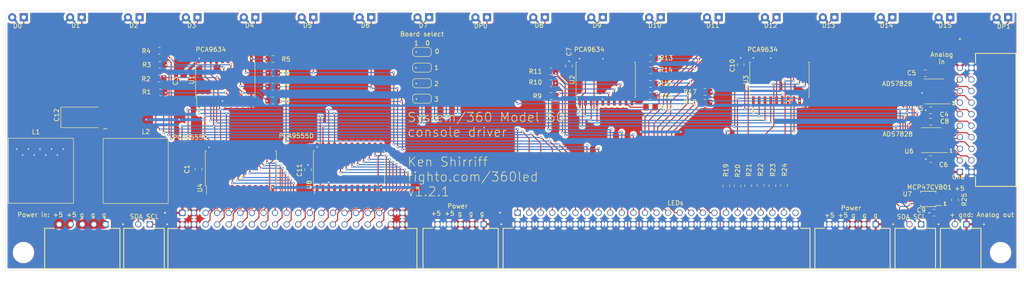
<source format=kicad_pcb>
(kicad_pcb (version 20211014) (generator pcbnew)
  (layers (0 "F.Cu" signal) (31 "B.Cu" signal) (34 "B.Paste" user) (35 "F.Paste" user) (36 "B.SilkS" user "B.Silkscreen") (37 "F.SilkS" user "F.Silkscreen") (38 "B.Mask" user) (39 "F.Mask" user) (44 "Edge.Cuts" user))
  (net 0 "")
  (net 1 "/SCL")
  (net 2 "/SDA")
  (net 3 "Net-(C5-Pad1)")
  (net 4 "Net-(C8-Pad1)")
  (net 5 "/led0")
  (net 6 "/led1")
  (net 7 "/led2")
  (net 8 "/led3")
  (net 9 "/led4")
  (net 10 "/led5")
  (net 11 "/led6")
  (net 12 "/led7")
  (net 13 "/led8")
  (net 14 "/led9")
  (net 15 "/led10")
  (net 16 "/led11")
  (net 17 "/led12")
  (net 18 "/led13")
  (net 19 "/led14")
  (net 20 "/led15")
  (net 21 "/led16")
  (net 22 "/led17")
  (net 23 "/led18")
  (net 24 "/led19")
  (net 25 "/led20")
  (net 26 "/led21")
  (net 27 "/led22")
  (net 28 "Net-(J5-Pad2)")
  (net 29 "Net-(R1-Pad2)")
  (net 30 "Net-(R2-Pad2)")
  (net 31 "Net-(R3-Pad2)")
  (net 32 "Net-(R4-Pad2)")
  (net 33 "Net-(R5-Pad2)")
  (net 34 "Net-(R6-Pad2)")
  (net 35 "Net-(R7-Pad2)")
  (net 39 "Net-(R8-Pad2)")
  (net 40 "Net-(R9-Pad2)")
  (net 41 "Net-(R10-Pad2)")
  (net 42 "Net-(R11-Pad2)")
  (net 43 "Net-(R12-Pad2)")
  (net 44 "Net-(R13-Pad2)")
  (net 45 "Net-(R14-Pad2)")
  (net 46 "Net-(R15-Pad2)")
  (net 47 "Net-(R16-Pad2)")
  (net 48 "Net-(R17-Pad2)")
  (net 49 "Net-(R18-Pad2)")
  (net 50 "Net-(R19-Pad2)")
  (net 51 "Net-(R20-Pad2)")
  (net 52 "Net-(R21-Pad2)")
  (net 53 "Net-(R22-Pad2)")
  (net 54 "Net-(R23-Pad2)")
  (net 55 "Net-(R24-Pad2)")
  (net 56 "Net-(R25-Pad2)")
  (net 57 "/+5V")
  (net 58 "/GND")
  (net 59 "/B0")
  (net 60 "/B2")
  (net 61 "/B1")
  (net 62 "/B3")
  (net 64 "/1b")
  (net 65 "/2b")
  (net 66 "/3b")
  (net 67 "/4b")
  (net 68 "/5b")
  (net 69 "/6b")
  (net 70 "/7b")
  (net 71 "/8b")
  (net 72 "/9b")
  (net 73 "/10b")
  (net 74 "/11b")
  (net 75 "/12b")
  (net 76 "/13b")
  (net 77 "/14b")
  (net 78 "/15b")
  (net 79 "/16b")
  (net 80 "/16a")
  (net 81 "/15a")
  (net 82 "/14a")
  (net 83 "/13a")
  (net 84 "/12a")
  (net 85 "/11a")
  (net 86 "/10a")
  (net 87 "/9a")
  (net 88 "/8a")
  (net 89 "/7a")
  (net 90 "/6a")
  (net 91 "/5a")
  (net 92 "/4a")
  (net 93 "/3a")
  (net 94 "/2a")
  (net 95 "/1a")
  (net 96 "/led23")
  (net 97 "/a1a")
  (net 98 "/a1b")
  (net 99 "/a2a")
  (net 100 "/a2b")
  (net 101 "/a3a")
  (net 102 "/a3b")
  (net 103 "/a4a")
  (net 104 "/a4b")
  (net 105 "/a5a")
  (net 106 "/a5b")
  (net 107 "/a6a")
  (net 108 "/a6b")
  (net 109 "/a7a")
  (net 110 "/a7b")
  (net 111 "/a8a")
  (net 112 "/a8b")
  (net 114 "/GND_in1")
  (net 115 "/+5V_in1")
  (footprint "Capacitor_SMD:C_0805_2012Metric_Pad1.18x1.45mm_HandSolder" (layer "F.Cu") (at 64.516 40.64 -90)
    (fp_text reference "C3")
    (fp_text value ".33uF")
  )
  (footprint "Capacitor_SMD:C_0805_2012Metric_Pad1.18x1.45mm_HandSolder" (layer "F.Cu") (at 149.05 37.592 -90)
    (fp_text reference "C7")
    (fp_text value ".33uF")
  )
  (footprint "Capacitor_SMD:C_0805_2012Metric_Pad1.18x1.45mm_HandSolder" (layer "F.Cu") (at 186.69 37.338 -90)
    (fp_text reference "C10")
    (fp_text value ".33uF")
  )
  (footprint "Library:LED_D3.0mm-nosilk" (layer "F.Cu") (at 42.164 26.924 180)
    (fp_text reference "D1")
    (fp_text value "LED")
  )
  (footprint "Library:LED_D3.0mm-nosilk" (layer "F.Cu") (at 54.864 26.924 180)
    (fp_text reference "D2")
    (fp_text value "LED")
  )
  (footprint "Library:LED_D3.0mm-nosilk" (layer "F.Cu") (at 67.564 26.924 180)
    (fp_text reference "D3")
    (fp_text value "LED")
  )
  (footprint "Library:LED_D3.0mm-nosilk" (layer "F.Cu") (at 80.264 26.924 180)
    (fp_text reference "D4")
    (fp_text value "LED")
  )
  (footprint "Library:LED_D3.0mm-nosilk" (layer "F.Cu") (at 92.964 26.924 180)
    (fp_text reference "D5")
    (fp_text value "LED")
  )
  (footprint "Library:LED_D3.0mm-nosilk" (layer "F.Cu") (at 105.664 26.924 180)
    (fp_text reference "D6")
    (fp_text value "LED")
  )
  (footprint "Library:LED_D3.0mm-nosilk" (layer "F.Cu") (at 118.364 26.924 180)
    (fp_text reference "D7")
    (fp_text value "LED")
  )
  (footprint "Library:LED_D3.0mm-nosilk" (layer "F.Cu") (at 169.164 26.924 180)
    (fp_text reference "D10")
    (fp_text value "LED")
  )
  (footprint "Library:LED_D3.0mm-nosilk" (layer "F.Cu") (at 181.864 26.924 180)
    (fp_text reference "D11")
    (fp_text value "LED")
  )
  (footprint "Library:LED_D3.0mm-nosilk" (layer "F.Cu") (at 194.564 26.924 180)
    (fp_text reference "D12")
    (fp_text value "LED")
  )
  (footprint "Library:LED_D3.0mm-nosilk" (layer "F.Cu") (at 219.964 26.924 180)
    (fp_text reference "D14")
    (fp_text value "LED")
  )
  (footprint "Library:LED_D3.0mm-nosilk" (layer "F.Cu") (at 232.664 26.924 180)
    (fp_text reference "D15")
    (fp_text value "LED")
  )
  (footprint "Samtec:SAMTEC_TSS-105-04-F-S-RA" (layer "F.Cu") (at 216.3064 72.39 180)
    (fp_text reference "J2" hide)
    (fp_text value "Conn_01x05")
  )
  (footprint "Jumper:SolderJumper-3_P1.3mm_Open_RoundedPad1.0x1.5mm_NumberLabels" (layer "F.Cu") (at 116.8 34.542 180)
    (fp_text reference "JP1" hide)
    (fp_text value "0")
  )
  (footprint "Jumper:SolderJumper-3_P1.3mm_Open_RoundedPad1.0x1.5mm_NumberLabels" (layer "F.Cu") (at 116.8 41.4 180)
    (fp_text reference "JP2" hide)
    (fp_text value "2")
  )
  (footprint "Jumper:SolderJumper-3_P1.3mm_Open_RoundedPad1.0x1.5mm_NumberLabels" (layer "F.Cu") (at 116.8 37.971 180)
    (fp_text reference "JP3" hide)
    (fp_text value "1")
  )
  (footprint "Jumper:SolderJumper-3_P1.3mm_Open_RoundedPad1.0x1.5mm_NumberLabels" (layer "F.Cu") (at 116.8 44.8 180)
    (fp_text reference "JP4" hide)
    (fp_text value "3")
  )
  (footprint "Resistor_SMD:R_0805_2012Metric_Pad1.20x1.40mm_HandSolder" (layer "F.Cu") (at 59.15 40.35)
    (fp_text reference "R2")
    (fp_text value "R_Small_US")
  )
  (footprint "Resistor_SMD:R_0805_2012Metric_Pad1.20x1.40mm_HandSolder" (layer "F.Cu") (at 59.2 34.25)
    (fp_text reference "R4")
    (fp_text value "R_Small_US")
  )
  (footprint "Resistor_SMD:R_0805_2012Metric_Pad1.20x1.40mm_HandSolder" (layer "F.Cu") (at 84.074 36.068 180)
    (fp_text reference "R5")
    (fp_text value "R_Small_US")
  )
  (footprint "Resistor_SMD:R_0805_2012Metric_Pad1.20x1.40mm_HandSolder" (layer "F.Cu") (at 84.074 39.116 180)
    (fp_text reference "R6")
    (fp_text value "R_Small_US")
  )
  (footprint "Resistor_SMD:R_0805_2012Metric_Pad1.20x1.40mm_HandSolder" (layer "F.Cu") (at 84.074 42.164 180)
    (fp_text reference "R7")
    (fp_text value "R_Small_US")
  )
  (footprint "Resistor_SMD:R_0805_2012Metric_Pad1.20x1.40mm_HandSolder" (layer "F.Cu") (at 84.058 45.212 180)
    (fp_text reference "R8")
    (fp_text value "R_Small_US")
  )
  (footprint "Resistor_SMD:R_0805_2012Metric_Pad1.20x1.40mm_HandSolder" (layer "F.Cu") (at 145.0848 44.196)
    (fp_text reference "R9")
    (fp_text value "R_Small_US")
  )
  (footprint "Resistor_SMD:R_0805_2012Metric_Pad1.20x1.40mm_HandSolder" (layer "F.Cu") (at 145.0848 41.402)
    (fp_text reference "R10")
    (fp_text value "R_Small_US")
  )
  (footprint "Resistor_SMD:R_0805_2012Metric_Pad1.20x1.40mm_HandSolder" (layer "F.Cu") (at 145.1008 38.8112)
    (fp_text reference "R11")
    (fp_text value "R_Small_US")
  )
  (footprint "Resistor_SMD:R_0805_2012Metric_Pad1.20x1.40mm_HandSolder" (layer "F.Cu") (at 166.9288 46.6852 180)
    (fp_text reference "R12")
    (fp_text value "R_Small_US")
  )
  (footprint "Resistor_SMD:R_0805_2012Metric_Pad1.20x1.40mm_HandSolder" (layer "F.Cu") (at 166.9288 35.9156 180)
    (fp_text reference "R13")
    (fp_text value "R_Small_US")
  )
  (footprint "Resistor_SMD:R_0805_2012Metric_Pad1.20x1.40mm_HandSolder" (layer "F.Cu") (at 166.9288 38.5572 180)
    (fp_text reference "R14")
    (fp_text value "R_Small_US")
  )
  (footprint "Resistor_SMD:R_0805_2012Metric_Pad1.20x1.40mm_HandSolder" (layer "F.Cu") (at 166.9288 41.5544 180)
    (fp_text reference "R15")
    (fp_text value "R_Small_US")
  )
  (footprint "Resistor_SMD:R_0805_2012Metric_Pad1.20x1.40mm_HandSolder" (layer "F.Cu") (at 166.878 44.1452 180)
    (fp_text reference "R16")
    (fp_text value "R_Small_US")
  )
  (footprint "Resistor_SMD:R_0805_2012Metric_Pad1.20x1.40mm_HandSolder" (layer "F.Cu") (at 178.85 43.3)
    (fp_text reference "R17")
    (fp_text value "R_Small_US")
  )
  (footprint "Resistor_SMD:R_0805_2012Metric_Pad1.20x1.40mm_HandSolder" (layer "F.Cu") (at 178.85 45.7)
    (fp_text reference "R18")
    (fp_text value "R_Small_US")
  )
  (footprint "Resistor_SMD:R_0805_2012Metric_Pad1.20x1.40mm_HandSolder" (layer "F.Cu") (at 186 63.95 90)
    (fp_text reference "R20")
    (fp_text value "R_Small_US")
  )
  (footprint "Resistor_SMD:R_0805_2012Metric_Pad1.20x1.40mm_HandSolder" (layer "F.Cu") (at 188.35 63.9 90)
    (fp_text reference "R21")
    (fp_text value "R_Small_US")
  )
  (footprint "Resistor_SMD:R_0805_2012Metric_Pad1.20x1.40mm_HandSolder" (layer "F.Cu") (at 191.05 63.85 90)
    (fp_text reference "R22")
    (fp_text value "R_Small_US")
  )
  (footprint "Resistor_SMD:R_0805_2012Metric_Pad1.20x1.40mm_HandSolder" (layer "F.Cu") (at 193.65 63.9 90)
    (fp_text reference "R23")
    (fp_text value "R_Small_US")
  )
  (footprint "Package_SO:SOIC-20W_7.5x12.8mm_P1.27mm" (layer "F.Cu") (at 73.66 40.64 90)
    (fp_text reference "U1")
    (fp_text value "PCA9634")
  )
  (footprint "Package_SO:SOIC-20W_7.5x12.8mm_P1.27mm" (layer "F.Cu") (at 195.199 40.64 90)
    (fp_text reference "U3")
    (fp_text value "PCA9634")
  )
  (footprint "Library:LED_D3.0mm-nosilk" (layer "F.Cu") (at 207.264 26.924 180)
    (fp_text reference "D13")
    (fp_text value "LED")
  )
  (footprint "Resistor_SMD:R_0805_2012Metric_Pad1.20x1.40mm_HandSolder" (layer "F.Cu") (at 59.42 43.434)
    (fp_text reference "R1")
    (fp_text value "R_Small_US")
  )
  (footprint "Resistor_SMD:R_0805_2012Metric_Pad1.20x1.40mm_HandSolder" (layer "F.Cu") (at 59.3 37.35)
    (fp_text reference "R3")
    (fp_text value "R_Small_US")
  )
  (footprint "Library:LED_D3.0mm-nosilk" (layer "F.Cu") (at 143.764 26.924 180)
    (fp_text reference "D8")
    (fp_text value "LED")
  )
  (footprint "Resistor_SMD:R_0805_2012Metric_Pad1.20x1.40mm_HandSolder" (layer "F.Cu") (at 183.55 63.95 90)
    (fp_text reference "R19")
    (fp_text value "R_Small_US")
  )
  (footprint "MountingHole:MountingHole_3.7mm" (layer "F.Cu") (at 243.7 78.6)
    (fp_text reference "H1" hide)
    (fp_text value "MountingHole")
  )
  (footprint "MountingHole:MountingHole_3.7mm" (layer "F.Cu") (at 29.4 78.6)
    (fp_text reference "H2" hide)
    (fp_text value "MountingHole")
  )
  (footprint "Package_SO:SOIC-20W_7.5x12.8mm_P1.27mm" (layer "F.Cu") (at 157.099 40.64 90)
    (fp_text reference "U2")
    (fp_text value "PCA9634")
  )
  (footprint "Resistor_SMD:R_0805_2012Metric_Pad1.20x1.40mm_HandSolder" (layer "F.Cu") (at 196.2 63.85 90)
    (fp_text reference "R24")
    (fp_text value "R_Small_US")
  )
  (footprint "Library:LED_D3.0mm-nosilk" (layer "F.Cu") (at 156.464 26.924 180)
    (fp_text reference "D9")
    (fp_text value "LED")
  )
  (footprint "Library:L_Bourns_SDR1307" (layer "F.Cu") (at 54 60.675)
    (fp_text reference "L2")
    (fp_text value "330 µH")
  )
  (footprint "Capacitor_SMD:C_0805_2012Metric_Pad1.18x1.45mm_HandSolder" (layer "F.Cu") (at 228.35 47.35)
    (fp_text reference "C4")
    (fp_text value ".33uF")
  )
  (footprint "Capacitor_Tantalum_SMD:CP_EIA-7343-40_Kemet-Y_Pad2.25x2.55mm_HandSolder" (layer "F.Cu") (at 42.175 48.9)
    (fp_text reference "C12")
    (fp_text value "100uF")
  )
  (footprint "Package_SO:SOIC-24W_7.5x15.4mm_P1.27mm" (layer "F.Cu") (at 77.08 60.130301 90)
    (fp_text reference "U4")
    (fp_text value "PCA9555D")
  )
  (footprint "Samtec:SAMTEC_TSS-102-04-F-S-RA" (layer "F.Cu") (at 57.0992 72.39 180)
    (fp_text reference "J9" hide)
    (fp_text value "Conn_01x02_Male")
  )
  (footprint "Samtec:SAMTEC_TSS-105-04-F-S-RA" (layer "F.Cu") (at 47.38 72.39 180)
    (fp_text reference "J1" hide)
    (fp_text value "Conn_01x05")
  )
  (footprint "Package_SO:SOIC-24W_7.5x15.4mm_P1.27mm" (layer "F.Cu") (at 100.8 60.084301 90)
    (fp_text reference "U8")
    (fp_text value "PCA9555D")
  )
  (footprint "Samtec:SAMTEC_TSS-125-04-F-D-RA-mirror" (layer "F.Cu") (at 198.7296 69.85 180)
    (fp_text reference "J4" hide)
    (fp_text value "Conn_02x25_Odd_Even")
  )
  (footprint "Capacitor_SMD:C_0805_2012Metric_Pad1.18x1.45mm_HandSolder" (layer "F.Cu") (at 91.8 60.413601 -90)
    (fp_text reference "C11")
    (fp_text value ".33uF")
  )
  (footprint "Samtec:SAMTEC_TSS-102-04-F-S-RA" (layer "F.Cu") (at 226.2632 72.39 180)
    (fp_text reference "J8" hide)
    (fp_text value "Conn_01x02_Male")
  )
  (footprint "Library:LED_D3.0mm-nosilk" (layer "F.Cu") (at 131.064 26.924 180)
    (fp_text reference "DP0")
    (fp_text value "LED")
  )
  (footprint "Samtec:SAMTEC_TSS-110-04-F-D-RA-mirror" (layer "F.Cu") (at 234.7825 35.4875 -90)
    (fp_text reference "J7" hide)
    (fp_text value "Conn_02x10_Odd_Even")
  )
  (footprint "Package_SO:TSSOP-16_4.4x5mm_P0.65mm" (layer "F.Cu") (at 229.1 43.2 180)
    (fp_text reference "U5")
    (fp_text value "ADS7828")
  )
  (footprint "Capacitor_SMD:C_0805_2012Metric_Pad1.18x1.45mm_HandSolder" (layer "F.Cu") (at 228.35 49.875)
    (fp_text reference "C8")
    (fp_text value ".33uF")
  )
  (footprint "Samtec:SAMTEC_TSS-102-04-F-S-RA" (layer "F.Cu") (at 236.22 72.39 180)
    (fp_text reference "J5" hide)
    (fp_text value "Conn_01x02")
  )
  (footprint "Library:LED_D3.0mm-nosilk" (layer "F.Cu") (at 245.364 26.924 180)
    (fp_text reference "DP1")
    (fp_text value "LED")
  )
  (footprint "Samtec:SAMTEC_TSS-120-04-F-D-RA-mirror" (layer "F.Cu") (at 109.9775 69.8825 180)
    (fp_text reference "J3" hide)
    (fp_text value "Conn_02x20_Odd_Even")
  )
  (footprint "Capacitor_SMD:C_0805_2012Metric_Pad1.18x1.45mm_HandSolder" (layer "F.Cu") (at 227.2 39.2)
    (fp_text reference "C5")
    (fp_text value ".33uF")
  )
  (footprint "Library:LED_D3.0mm-nosilk" (layer "F.Cu") (at 29.464 26.924 180)
    (fp_text reference "D0")
    (fp_text value "LED")
  )
  (footprint "Resistor_SMD:R_0805_2012Metric_Pad1.20x1.40mm_HandSolder" (layer "F.Cu") (at 233.7 67 90)
    (fp_text reference "R25")
    (fp_text value "4.7K")
  )
  (footprint "Capacitor_SMD:C_0805_2012Metric_Pad1.18x1.45mm_HandSolder" (layer "F.Cu") (at 67.8 60.275 -90)
    (fp_text reference "C1")
    (fp_text value ".33uF")
  )
  (footprint "Capacitor_SMD:C_0805_2012Metric_Pad1.18x1.45mm_HandSolder" (layer "F.Cu") (at 228.35 58.05)
    (fp_text reference "C6")
    (fp_text value ".33uF")
  )
  (footprint "Package_SO:MSOP-10_3x3mm_P0.5mm" (layer "F.Cu") (at 227.83 66.825 180)
    (fp_text reference "U7")
    (fp_text value "MCP47CVB01")
  )
  (footprint "Library:L_Bourns_SDR1307" (layer "F.Cu") (at 33.225 60.625 90)
    (fp_text reference "L1")
    (fp_text value "330 µH")
  )
  (footprint "Samtec:SAMTEC_TSS-105-04-F-S-RA" (layer "F.Cu") (at 130.3528 72.39 180)
    (fp_text reference "J6" hide)
    (fp_text value "Conn_01x05")
  )
  (footprint "Capacitor_SMD:C_0805_2012Metric_Pad1.18x1.45mm_HandSolder" (layer "F.Cu") (at 229.1 69.85)
    (fp_text reference "C9")
    (fp_text value ".33uF")
  )
  (footprint "Package_SO:TSSOP-16_4.4x5mm_P0.65mm" (layer "F.Cu") (at 228.5 53.9 180)
    (fp_text reference "U6")
    (fp_text value "ADS7828")
  )
  (gr_line (start 247.65 82.55) (end 25.4 82.55) (layer "Edge.Cuts") (width 0.05))
  (gr_line (start 247.65 25.4) (end 247.65 82.55) (layer "Edge.Cuts") (width 0.05))
  (gr_line (start 25.4 82.55) (end 25.4 25.4) (layer "Edge.Cuts") (width 0.05))
  (gr_line (start 25.4 25.4) (end 247.65 25.4) (layer "Edge.Cuts") (width 0.05))
  (gr_text "PCA9634" (at 153.5 34) (layer "F.SilkS") (effects (font (size 1 1))))
  (gr_text "PCA9634" (at 191.5 34) (layer "F.SilkS") (effects (font (size 1 1))))
  (gr_text "Board select\n" (at 116.8 30.6) (layer "F.SilkS") (effects (font (size 1 1))))
  (gr_text "Power\n+5 +5 g  g  g" (at 210.9 69.6) (layer "F.SilkS") (effects (font (size 1 1))))
  (gr_text "1" (at 151.525 47.525) (layer "F.SilkS") (effects (font (size 1 1))))
  (gr_text "PCA9634" (at 70.5 34) (layer "F.SilkS") (effects (font (size 1 1))))
  (gr_text "Power in: +5 +5 g  g  g" (at 37.8 70.3) (layer "F.SilkS") (effects (font (size 1 1))))
  (gr_text "+5" (at 234.696 64.516) (layer "F.SilkS") (effects (font (size 1 1))))
  (gr_text "SDA SCL" (at 55.9 70.7) (layer "F.SilkS") (effects (font (size 1 1))))
  (gr_text "System/360 Model 50\nconsole driver\n\nKen Shirriff\nrighto.com/360led\nv1.2.1" (at 113.5 57.05) (layer "F.SilkS") (effects (font (size 2.032 2.032)) (justify left)))
  (gr_text "MCP47CVB01" (at 228.1 64.25) (layer "F.SilkS") (effects (font (size 1 1))))
  (gr_text "1" (at 189.5 47.425) (layer "F.SilkS") (effects (font (size 1 1))))
  (gr_text "1" (at 233.375 45.775) (layer "F.SilkS") (effects (font (size 0.762 0.762) (thickness 0.1905))))
  (gr_text "Analog\nin" (at 230.8 35.9) (layer "F.SilkS") (effects (font (size 1 1))))
  (gr_text "PCA9555D\n" (at 65.975 53.3) (layer "F.SilkS") (effects (font (size 1 1))))
  (gr_text "LEDs" (at 172.4 67.7) (layer "F.SilkS") (effects (font (size 1 1))))
  (gr_text "1  0\n" (at 116.8 32.6) (layer "F.SilkS") (effects (font (size 1 1))))
  (gr_text "-\n" (at 47.35 51.35) (layer "F.SilkS") (effects (font (size 1 1))))
  (gr_text "+ gnd: Analog out\n" (at 239.55 70.3) (layer "F.SilkS") (effects (font (size 1 1))))
  (gr_text "SDA SCL\n" (at 224.125 70.75) (layer "F.SilkS") (effects (font (size 1 1))))
  (gr_text "Gnd" (at 234.442 61.976) (layer "F.SilkS") (effects (font (size 1 1))))
  (gr_text "ADS7828" (at 221.025 41.5) (layer "F.SilkS") (effects (font (size 1 1))))
  (gr_text "1" (at 231.525 67.875) (layer "F.SilkS") (effects (font (size 0.762 0.762) (thickness 0.1905))))
  (gr_text "Power\n+5 +5 g  g  g" (at 124.6 69.2) (layer "F.SilkS") (effects (font (size 1 1))))
  (gr_text "PCA9555D\n" (at 89.225 52.975) (layer "F.SilkS") (effects (font (size 1 1))))
  (gr_text "1" (at 232.85 56.225) (layer "F.SilkS") (effects (font (size 0.762 0.762) (thickness 0.1905))))
  (gr_text "1" (at 68 47.425) (layer "F.SilkS") (effects (font (size 1 1))))
  (gr_text "ADS7828" (at 221.125 52.575) (layer "F.SilkS") (effects (font (size 1 1))))
  (segment (start 192.024 36.389301) (end 187.6 40.813301) (width 0.2286) (layer "F.Cu") (net 1))
  (segment (start 224.97641 54.875) (end 223.754639 53.653229) (width 0.2286) (layer "F.Cu") (net 1))
  (segment (start 225.57641 44.175) (end 223.75957 45.99184) (width 0.2286) (layer "F.Cu") (net 1))
  (segment (start 72.635 47.285) (end 72.55 47.2) (width 0.2286) (layer "F.Cu") (net 1))
  (segment (start 221.775 67.325) (end 221.671078 67.221078) (width 0.2286) (layer "F.Cu") (net 1))
  (segment (start 223.754639 53.653229) (end 223.754639 51.009155) (width 0.2286) (layer "F.Cu") (net 1))
  (segment (start 221.671078 47.178922) (end 221.671078 67.221078) (width 0.2286) (layer "F.Cu") (net 1))
  (segment (start 72.4 47.05) (end 72.55 47.2) (width 0.2286) (layer "F.Cu") (net 1))
  (segment (start 70.485 39.485) (end 72.05 41.05) (width 0.2286) (layer "F.Cu") (net 1))
  (segment (start 72.05 41.05) (end 72.05 43.915699) (width 0.2286) (layer "F.Cu") (net 1))
  (segment (start 226.2632 71.8132) (end 226.2632 72.39) (width 0.2286) (layer "F.Cu") (net 1))
  (segment (start 154.52959 36.59559) (end 154.52959 47.15459) (width 0.2286) (layer "F.Cu") (net 1))
  (segment (start 224.739022 50.024772) (end 224.739022 47.364614) (width 0.2286) (layer "F.Cu") (net 1))
  (segment (start 221.775 67.325) (end 225.63 67.325) (width 0.2286) (layer "F.Cu") (net 1))
  (segment (start 65.525 65.925) (end 65.525 47.325) (width 0.2286) (layer "F.Cu") (net 1))
  (segment (start 223.75957 45.99184) (end 223.75957 47.126281) (width 0.2286) (layer "F.Cu") (net 1))
  (segment (start 65.525 47.325) (end 65.4 47.2) (width 0.2286) (layer "F.Cu") (net 1))
  (segment (start 153.924 35.99) (end 154.52959 36.59559) (width 0.2286) (layer "F.Cu") (net 1))
  (segment (start 96.355 47.22) (end 96.375 47.2) (width 0.2286) (layer "F.Cu") (net 1))
  (segment (start 225.6375 54.875) (end 224.97641 54.875) (width 0.2286) (layer "F.Cu") (net 1))
  (segment (start 70.485 35.99) (end 70.485 39.485) (width 0.2286) (layer "F.Cu") (net 1))
  (segment (start 59.06 72.39) (end 65.525 65.925) (width 0.2286) (layer "F.Cu") (net 1))
  (segment (start 223.754639 51.009155) (end 224.739022 50.024772) (width 0.2286) (layer "F.Cu") (net 1))
  (segment (start 72.4 44.265699) (end 72.4 47.05) (width 0.2286) (layer "F.Cu") (net 1))
  (segment (start 154.52959 47.15459) (end 154.575 47.2) (width 0.2286) (layer "F.Cu") (net 1))
  (segment (start 72.635 55.480301) (end 72.635 47.285) (width 0.2286) (layer "F.Cu") (net 1))
  (segment (start 57.0992 72.39) (end 59.06 72.39) (width 0.2286) (layer "F.Cu") (net 1))
  (segment (start 72.05 43.915699) (end 72.4 44.265699) (width 0.2286) (layer "F.Cu") (net 1))
  (segment (start 221.7 47.15) (end 221.671078 47.178922) (width 0.2286) (layer "F.Cu") (net 1))
  (segment (start 187.6 40.813301) (end 187.6 47.15) (width 0.2286) (layer "F.Cu") (net 1))
  (segment (start 224.739022 47.364614) (end 224.878711 47.224925) (width 0.2286) (layer "F.Cu") (net 1))
  (segment (start 221.671078 67.221078) (end 226.2632 71.8132) (width 0.2286) (layer "F.Cu") (net 1))
  (segment (start 96.355 55.434301) (end 96.355 47.22) (width 0.2286) (layer "F.Cu") (net 1))
  (segment (start 226.2375 44.175) (end 225.57641 44.175) (width 0.2286) (layer "F.Cu") (net 1))
  (via (at 221.7 47.15) (size 0.508) (drill 0.3) (layers "F.Cu" "B.Cu") (net 1))
  (via (at 223.75957 47.126281) (size 0.508) (drill 0.3) (layers "F.Cu" "B.Cu") (net 1))
  (via (at 224.878711 47.224925) (size 0.508) (drill 0.3) (layers "F.Cu" "B.Cu") (net 1))
  (via (at 65.4 47.2) (size 0.508) (drill 0.3) (layers "F.Cu" "B.Cu") (net 1))
  (via (at 154.575 47.2) (size 0.508) (drill 0.3) (layers "F.Cu" "B.Cu") (net 1))
  (via (at 72.55 47.2) (size 0.508) (drill 0.3) (layers "F.Cu" "B.Cu") (net 1))
  (via (at 96.375 47.2) (size 0.508) (drill 0.3) (layers "F.Cu" "B.Cu") (net 1))
  (via (at 187.6 47.15) (size 0.508) (drill 0.3) (layers "F.Cu" "B.Cu") (net 1))
  (segment (start 221.723719 47.126281) (end 223.75957 47.126281) (width 0.2286) (layer "B.Cu") (net 1))
  (segment (start 221.7 47.15) (end 221.723719 47.126281) (width 0.2286) (layer "B.Cu") (net 1))
  (segment (start 223.75957 47.126281) (end 224.780067 47.126281) (width 0.2286) (layer "B.Cu") (net 1))
  (segment (start 154.575 47.2) (end 187.55 47.2) (width 0.2286) (layer "B.Cu") (net 1))
  (segment (start 224.780067 47.126281) (end 224.878711 47.224925) (width 0.2286) (layer "B.Cu") (net 1))
  (segment (start 221.7 47.15) (end 187.6 47.15) (width 0.2286) (layer "B.Cu") (net 1))
  (segment (start 96.375 47.2) (end 154.575 47.2) (width 0.2286) (layer "B.Cu") (net 1))
  (segment (start 72.55 47.2) (end 96.375 47.2) (width 0.2286) (layer "B.Cu") (net 1))
  (segment (start 65.4 47.2) (end 72.55 47.2) (width 0.2286) (layer "B.Cu") (net 1))
  (segment (start 187.55 47.2) (end 187.6 47.15) (width 0.2286) (layer "B.Cu") (net 1))
  (segment (start 223.334767 50.665233) (end 223.334767 53.883357) (width 0.2286) (layer "F.Cu") (net 2))
  (segment (start 223.998761 67.825) (end 225.63 67.825) (width 0.2286) (layer "F.Cu") (net 2))
  (segment (start 220.775 50.85) (end 220.775 67.710238) (width 0.2286) (layer "F.Cu") (net 2))
  (segment (start 225.57641 44.825) (end 224.319141 46.082269) (width 0.2286) (layer "F.Cu") (net 2))
  (segment (start 95.085 50.845159) (end 95.03898 50.799139) (width 0.2286) (layer "F.Cu") (net 2))
  (segment (start 226.2375 44.825) (end 225.57641 44.825) (width 0.2286) (layer "F.Cu") (net 2))
  (segment (start 71.365 51.09) (end 71.125 50.85) (width 0.2286) (layer "F.Cu") (net 2))
  (segment (start 185.4 41.812398) (end 185.4 50.8) (width 0.2286) (layer "F.Cu") (net 2))
  (segment (start 223.334767 53.883357) (end 224.97641 55.525) (width 0.2286) (layer "F.Cu") (net 2))
  (segment (start 223.425 50.575) (end 223.425 50.5) (width 0.2286) (layer "F.Cu") (net 2))
  (segment (start 152.654 35.99) (end 152.654 43.346) (width 0.2286) (layer "F.Cu") (net 2))
  (segment (start 151.98959 44.226289) (end 151.98959 50.78541) (width 0.2286) (layer "F.Cu") (net 2))
  (segment (start 224.319141 49.680859) (end 223.334767 50.665233) (width 0.2286) (layer "F.Cu") (net 2))
  (segment (start 223.875113 67.948648) (end 223.998761 67.825) (width 0.2286) (layer "F.Cu") (net 2))
  (segment (start 224.97641 55.525) (end 225.6375 55.525) (width 0.2286) (layer "F.Cu") (net 2))
  (segment (start 71.365 55.480301) (end 71.365 51.09) (width 0.2286) (layer "F.Cu") (net 2))
  (segment (start 54.5592 71.196219) (end 58.778781 71.196219) (width 0.2286) (layer "F.Cu") (net 2))
  (segment (start 151.88165 44.11835) (end 151.98959 44.226289) (width 0.2286) (layer "F.Cu") (net 2))
  (segment (start 64.2 65.775) (end 64.2 50.8) (width 0.2286) (layer "F.Cu") (net 2))
  (segment (start 185.4 50.8) (end 185.25 50.95) (width 0.2286) (layer "F.Cu") (net 2))
  (segment (start 58.778781 71.196219) (end 64.2 65.775) (width 0.2286) (layer "F.Cu") (net 2))
  (segment (start 71.125 41.768801) (end 71.125 50.85) (width 0.2286) (layer "F.Cu") (net 2))
  (segment (start 54.5592 72.39) (end 54.5592 71.196219) (width 0.2286) (layer "F.Cu") (net 2))
  (segment (start 152.654 43.346) (end 151.88165 44.11835) (width 0.2286) (layer "F.Cu") (net 2))
  (segment (start 221.525 70.1918) (end 221.525 68.460238) (width 0.2286) (layer "F.Cu") (net 2))
  (segment (start 69.215 39.858801) (end 71.125 41.768801) (width 0.2286) (layer "F.Cu") (net 2))
  (segment (start 95.085 55.434301) (end 95.085 50.845159) (width 0.2286) (layer "F.Cu") (net 2))
  (segment (start 223.334767 50.665233) (end 223.425 50.575) (width 0.2286) (layer "F.Cu") (net 2))
  (segment (start 190.754 36.458398) (end 185.4 41.812398) (width 0.2286) (layer "F.Cu") (net 2))
  (segment (start 223.7232 72.39) (end 221.525 70.1918) (width 0.2286) (layer "F.Cu") (net 2))
  (segment (start 151.98959 50.78541) (end 151.925 50.85) (width 0.2286) (layer "F.Cu") (net 2))
  (segment (start 220.775 67.710238) (end 221.525 68.460238) (width 0.2286) (layer "F.Cu") (net 2))
  (segment (start 69.215 35.99) (end 69.215 39.858801) (width 0.2286) (layer "F.Cu") (net 2))
  (segment (start 224.319141 46.082269) (end 224.319141 49.680859) (width 0.2286) (layer "F.Cu") (net 2))
  (via (at 220.775 50.85) (size 0.508) (drill 0.3) (layers "F.Cu" "B.Cu") (net 2))
  (via (at 221.525 68.460238) (size 0.508) (drill 0.3) (layers "F.Cu" "B.Cu") (net 2))
  (via (at 223.875113 67.948648) (size 0.508) (drill 0.3) (layers "F.Cu" "B.Cu") (net 2))
  (via (at 151.925 50.85) (size 0.508) (drill 0.3) (layers "F.Cu" "B.Cu") (net 2))
  (via (at 95.03898 50.799139) (size 0.508) (drill 0.3) (layers "F.Cu" "B.Cu") (net 2))
  (via (at 71.125 50.85) (size 0.508) (drill 0.3) (layers "F.Cu" "B.Cu") (net 2))
  (via (at 223.425 50.5) (size 0.508) (drill 0.3) (layers "F.Cu" "B.Cu") (net 2))
  (via (at 64.2 50.8) (size 0.508) (drill 0.3) (layers "F.Cu" "B.Cu") (net 2))
  (via (at 185.25 50.95) (size 0.508) (drill 0.3) (layers "F.Cu" "B.Cu") (net 2))
  (segment (start 185.1 50.8) (end 95.039841 50.8) (width 0.2286) (layer "B.Cu") (net 2))
  (segment (start 64.2 50.8) (end 71.075 50.8) (width 0.2286) (layer "B.Cu") (net 2))
  (segment (start 223.075 50.85) (end 223.425 50.5) (width 0.2286) (layer "B.Cu") (net 2))
  (segment (start 185.25 50.95) (end 185.1 50.8) (width 0.2286) (layer "B.Cu") (net 2))
  (segment (start 223.875113 67.948648) (end 223.363523 68.460238) (width 0.2286) (layer "B.Cu") (net 2))
  (segment (start 95.039841 50.8) (end 95.03898 50.799139) (width 0.2286) (layer "B.Cu") (net 2))
  (segment (start 95.03898 50.799139) (end 71.175861 50.799139) (width 0.2286) (layer "B.Cu") (net 2))
  (segment (start 185.25 50.95) (end 220.675 50.95) (width 0.2286) (layer "B.Cu") (net 2))
  (segment (start 220.775 50.85) (end 223.075 50.85) (width 0.2286) (layer "B.Cu") (net 2))
  (segment (start 71.075 50.8) (end 71.125 50.85) (width 0.2286) (layer "B.Cu") (net 2))
  (segment (start 220.675 50.95) (end 220.775 50.85) (width 0.2286) (layer "B.Cu") (net 2))
  (segment (start 223.363523 68.460238) (end 221.525 68.460238) (width 0.2286) (layer "B.Cu") (net 2))
  (segment (start 71.175861 50.799139) (end 71.125 50.85) (width 0.2286) (layer "B.Cu") (net 2))
  (segment (start 225.19441 41.193) (end 225.19441 39.90559) (width 0.2286) (layer "F.Cu") (net 3))
  (segment (start 225.57641 41.575) (end 225.19441 41.193) (width 0.2286) (layer "F.Cu") (net 3))
  (segment (start 225.9 39.2) (end 225.19441 39.90559) (width 0.2286) (layer "F.Cu") (net 3))
  (segment (start 226.2375 41.575) (end 225.57641 41.575) (width 0.2286) (layer "F.Cu") (net 3))
  (segment (start 226.07641 49.875) (end 227.3125 49.875) (width 0.2286) (layer "F.Cu") (net 4))
  (segment (start 225.6375 52.275) (end 224.97641 52.275) (width 0.2286) (layer "F.Cu") (net 4))
  (segment (start 224.59441 51.357) (end 226.07641 49.875) (width 0.2286) (layer "F.Cu") (net 4))
  (segment (start 224.59441 51.893) (end 224.59441 51.357) (width 0.2286) (layer "F.Cu") (net 4))
  (segment (start 224.97641 52.275) (end 224.59441 51.893) (width 0.2286) (layer "F.Cu") (net 4))
  (segment (start 137.7696 69.85) (end 137.7696 51.5304) (width 0.2286) (layer "F.Cu") (net 5))
  (segment (start 29.464 30.464) (end 42.434 43.434) (width 0.2286) (layer "F.Cu") (net 5))
  (segment (start 42.434 43.434) (end 58.42 43.434) (width 0.2286) (layer "F.Cu") (net 5))
  (segment (start 58.42 50.62) (end 59.425 51.625) (width 0.2286) (layer "F.Cu") (net 5))
  (segment (start 29.464 26.924) (end 29.464 30.464) (width 0.2286) (layer "F.Cu") (net 5))
  (segment (start 137.7696 51.5304) (end 137.8 51.5) (width 0.2286) (layer "F.Cu") (net 5))
  (segment (start 58.42 43.434) (end 58.42 50.62) (width 0.2286) (layer "F.Cu") (net 5))
  (via (at 59.425 51.625) (size 0.508) (drill 0.3) (layers "F.Cu" "B.Cu") (net 5))
  (via (at 137.8 51.5) (size 0.508) (drill 0.3) (layers "F.Cu" "B.Cu") (net 5))
  (segment (start 137.8 51.5) (end 137.773081 51.473081) (width 0.2286) (layer "B.Cu") (net 5))
  (segment (start 137.773081 51.473081) (end 59.576919 51.473081) (width 0.2286) (layer "B.Cu") (net 5))
  (segment (start 59.576919 51.473081) (end 59.425 51.625) (width 0.2286) (layer "B.Cu") (net 5))
  (segment (start 42.164 28.164) (end 42.164 26.924) (width 0.2286) (layer "F.Cu") (net 6))
  (segment (start 59.511387 46.661415) (end 60.15 47.300028) (width 0.2286) (layer "F.Cu") (net 6))
  (segment (start 50.304 32) (end 46 32) (width 0.2286) (layer "F.Cu") (net 6))
  (segment (start 60.15 47.300028) (end 60.15 52.201953) (width 0.2286) (layer "F.Cu") (net 6))
  (segment (start 140.3096 69.85) (end 140.3096 53.5096) (width 0.2286) (layer "F.Cu") (net 6))
  (segment (start 59.511387 41.38691) (end 59.511387 46.661415) (width 0.2286) (layer "F.Cu") (net 6))
  (segment (start 58.474477 40.35) (end 59.511387 41.38691) (width 0.2286) (layer "F.Cu") (net 6))
  (segment (start 60.15 52.201953) (end 60.156339 52.208292) (width 0.2286) (layer "F.Cu") (net 6))
  (segment (start 140.3096 53.5096) (end 138.8 52) (width 0.2286) (layer "F.Cu") (net 6))
  (segment (start 46 32) (end 42.164 28.164) (width 0.2286) (layer "F.Cu") (net 6))
  (segment (start 58.15 39.846) (end 50.304 32) (width 0.2286) (layer "F.Cu") (net 6))
  (via (at 138.8 52) (size 0.508) (drill 0.3) (layers "F.Cu" "B.Cu") (net 6))
  (via (at 60.156339 52.208292) (size 0.508) (drill 0.3) (layers "F.Cu" "B.Cu") (net 6))
  (segment (start 60.156339 52.208292) (end 60.19229 52.172341) (width 0.2286) (layer "B.Cu") (net 6))
  (segment (start 138.627659 52.172341) (end 138.8 52) (width 0.2286) (layer "B.Cu") (net 6))
  (segment (start 60.19229 52.172341) (end 138.627659 52.172341) (width 0.2286) (layer "B.Cu") (net 6))
  (segment (start 58.3 36.694) (end 54.864 33.258) (width 0.2286) (layer "F.Cu") (net 7))
  (segment (start 142.8496 69.85) (end 142.8496 54.6496) (width 0.2286) (layer "F.Cu") (net 7))
  (segment (start 58.465722 37.665722) (end 59.67241 38.87241) (width 0.2286) (layer "F.Cu") (net 7))
  (segment (start 54.864 33.258) (end 54.864 26.924) (width 0.2286) (layer "F.Cu") (net 7))
  (segment (start 59.67241 38.87241) (end 60.762132 38.87241) (width 0.2286) (layer "F.Cu") (net 7))
  (segment (start 61.32559 52.606321) (end 61.2 52.731911) (width 0.2286) (layer "F.Cu") (net 7))
  (segment (start 60.762132 38.87241) (end 61.32559 39.435868) (width 0.2286) (layer "F.Cu") (net 7))
  (segment (start 61.32559 39.435868) (end 61.32559 52.606321) (width 0.2286) (layer "F.Cu") (net 7))
  (segment (start 58.3 37.35) (end 58.3 36.694) (width 0.2286) (layer "F.Cu") (net 7))
  (segment (start 142.8496 54.6496) (end 140.7 52.5) (width 0.2286) (layer "F.Cu") (net 7))
  (via (at 140.7 52.5) (size 0.508) (drill 0.3) (layers "F.Cu" "B.Cu") (net 7))
  (via (at 61.2 52.731911) (size 0.508) (drill 0.3) (layers "F.Cu" "B.Cu") (net 7))
  (segment (start 140.468089 52.731911) (end 140.7 52.5) (width 0.2286) (layer "B.Cu") (net 7))
  (segment (start 61.2 52.731911) (end 140.468089 52.731911) (width 0.2286) (layer "B.Cu") (net 7))
  (segment (start 61.8 53.6) (end 61.8 36.866354) (width 0.2286) (layer "F.Cu") (net 8))
  (segment (start 61.8 36.866354) (end 61.190429 36.256783) (width 0.2286) (layer "F.Cu") (net 8))
  (segment (start 59.92759 32.52241) (end 58.2 34.25) (width 0.2286) (layer "F.Cu") (net 8))
  (segment (start 145.3896 69.85) (end 145.3896 55.7896) (width 0.2286) (layer "F.Cu") (net 8))
  (segment (start 67.564 26.924) (end 67.564 28.0526) (width 0.2286) (layer "F.Cu") (net 8))
  (segment (start 60.708646 35.75) (end 59.7 35.75) (width 0.2286) (layer "F.Cu") (net 8))
  (segment (start 67.564 28.0526) (end 63.09419 32.52241) (width 0.2286) (layer "F.Cu") (net 8))
  (segment (start 61.190429 36.256783) (end 61.190429 36.231783) (width 0.2286) (layer "F.Cu") (net 8))
  (segment (start 145.3896 55.7896) (end 142.9 53.3) (width 0.2286) (layer "F.Cu") (net 8))
  (segment (start 59.7 35.75) (end 58.2 34.25) (width 0.2286) (layer "F.Cu") (net 8))
  (segment (start 63.09419 32.52241) (end 59.92759 32.52241) (width 0.2286) (layer "F.Cu") (net 8))
  (segment (start 61.190429 36.231783) (end 60.708646 35.75) (width 0.2286) (layer "F.Cu") (net 8))
  (via (at 142.9 53.3) (size 0.508) (drill 0.3) (layers "F.Cu" "B.Cu") (net 8))
  (via (at 61.8 53.6) (size 0.508) (drill 0.3) (layers "F.Cu" "B.Cu") (net 8))
  (segment (start 62.1 53.3) (end 142.9 53.3) (width 0.2286) (layer "B.Cu") (net 8))
  (segment (start 61.8 53.6) (end 62.1 53.3) (width 0.2286) (layer "B.Cu") (net 8))
  (segment (start 87 37.994) (end 85.074 36.068) (width 0.2286) (layer "F.Cu") (net 9))
  (segment (start 147.9296 69.85) (end 147.9296 57.2296) (width 0.2286) (layer "F.Cu") (net 9))
  (segment (start 80.264 26.924) (end 80.264 31.258) (width 0.2286) (layer "F.Cu") (net 9))
  (segment (start 147.9296 57.2296) (end 144.8 54.1) (width 0.2286) (layer "F.Cu") (net 9))
  (segment (start 87 54.1) (end 87 37.994) (width 0.2286) (layer "F.Cu") (net 9))
  (segment (start 80.264 31.258) (end 85.074 36.068) (width 0.2286) (layer "F.Cu") (net 9))
  (via (at 144.8 54.1) (size 0.508) (drill 0.3) (layers "F.Cu" "B.Cu") (net 9))
  (via (at 87 54.1) (size 0.508) (drill 0.3) (layers "F.Cu" "B.Cu") (net 9))
  (segment (start 87 54.1) (end 144.8 54.1) (width 0.2286) (layer "B.Cu") (net 9))
  (segment (start 150.4696 58.4696) (end 146.8 54.8) (width 0.2286) (layer "F.Cu") (net 10))
  (segment (start 150.4696 69.85) (end 150.4696 58.4696) (width 0.2286) (layer "F.Cu") (net 10))
  (segment (start 92.964 39.014) (end 93 39.05) (width 0.2286) (layer "F.Cu") (net 10))
  (segment (start 110.625 39.075) (end 110.6 39.05) (width 0.2286) (layer "F.Cu") (net 10))
  (segment (start 92.964 26.924) (end 92.964 39.014) (width 0.2286) (layer "F.Cu") (net 10))
  (segment (start 110.625 54.8) (end 110.625 39.075) (width 0.2286) (layer "F.Cu") (net 10))
  (via (at 85.344 39.116) (size 0.508) (drill 0.3) (layers "F.Cu" "B.Cu") (net 10))
  (via (at 146.8 54.8) (size 0.508) (drill 0.3) (layers "F.Cu" "B.Cu") (net 10))
  (via (at 93 39.05) (size 0.508) (drill 0.3) (layers "F.Cu" "B.Cu") (net 10))
  (via (at 110.6 39.05) (size 0.508) (drill 0.3) (layers "F.Cu" "B.Cu") (net 10))
  (via (at 110.625 54.8) (size 0.508) (drill 0.3) (layers "F.Cu" "B.Cu") (net 10))
  (segment (start 110.694881 54.730119) (end 146.730119 54.730119) (width 0.2286) (layer "B.Cu") (net 10))
  (segment (start 85.344 39.116) (end 92.934 39.116) (width 0.2286) (layer "B.Cu") (net 10))
  (segment (start 110.6 39.05) (end 93 39.05) (width 0.2286) (layer "B.Cu") (net 10))
  (segment (start 146.730119 54.730119) (end 146.8 54.8) (width 0.2286) (layer "B.Cu") (net 10))
  (segment (start 92.934 39.116) (end 93 39.05) (width 0.2286) (layer "B.Cu") (net 10))
  (segment (start 110.625 54.8) (end 110.694881 54.730119) (width 0.2286) (layer "B.Cu") (net 10))
  (segment (start 153.0096 69.85) (end 153.0096 55.1654) (width 0.2286) (layer "F.Cu") (net 11))
  (segment (start 153.0096 55.1654) (end 153.025 55.15) (width 0.2286) (layer "F.Cu") (net 11))
  (segment (start 111.45 42.55) (end 111.375 42.475) (width 0.2286) (layer "F.Cu") (net 11))
  (segment (start 105.664 42.464) (end 105.7 42.5) (width 0.2286) (layer "F.Cu") (net 11))
  (segment (start 111.45 55.375) (end 111.45 42.55) (width 0.2286) (layer "F.Cu") (net 11))
  (segment (start 105.664 26.924) (end 105.664 42.464) (width 0.2286) (layer "F.Cu") (net 11))
  (via (at 111.45 55.375) (size 0.508) (drill 0.3) (layers "F.Cu" "B.Cu") (net 11))
  (via (at 153.025 55.15) (size 0.508) (drill 0.3) (layers "F.Cu" "B.Cu") (net 11))
  (via (at 105.7 42.5) (size 0.508) (drill 0.3) (layers "F.Cu" "B.Cu") (net 11))
  (via (at 111.375 42.475) (size 0.508) (drill 0.3) (layers "F.Cu" "B.Cu") (net 11))
  (via (at 85.344 42.164) (size 0.508) (drill 0.3) (layers "F.Cu" "B.Cu") (net 11))
  (segment (start 105.364 42.164) (end 105.7 42.5) (width 0.2286) (layer "B.Cu") (net 11))
  (segment (start 111.35 42.5) (end 105.7 42.5) (width 0.2286) (layer "B.Cu") (net 11))
  (segment (start 152.8 55.375) (end 111.45 55.375) (width 0.2286) (layer "B.Cu") (net 11))
  (segment (start 111.375 42.475) (end 111.35 42.5) (width 0.2286) (layer "B.Cu") (net 11))
  (segment (start 85.344 42.164) (end 105.364 42.164) (width 0.2286) (layer "B.Cu") (net 11))
  (segment (start 153.025 55.15) (end 152.8 55.375) (width 0.2286) (layer "B.Cu") (net 11))
  (segment (start 112.325 45.4) (end 112.325 45.025) (width 0.2286) (layer "F.Cu") (net 12))
  (segment (start 112.325 45.025) (end 112.325 32.963) (width 0.2286) (layer "F.Cu") (net 12))
  (segment (start 112.325 45.025) (end 112.5 45.2) (width 0.2286) (layer "F.Cu") (net 12))
  (segment (start 85.058 45.212) (end 85.587 45.212) (width 0.2286) (layer "F.Cu") (net 12))
  (segment (start 112.5 45.2) (end 112.5 55.93457) (width 0.2286) (layer "F.Cu") (net 12))
  (segment (start 155.5496 69.85) (end 155.5496 55.7004) (width 0.2286) (layer "F.Cu") (net 12))
  (segment (start 112.325 32.963) (end 118.364 26.924) (width 0.2286) (layer "F.Cu") (net 12))
  (segment (start 85.587 45.212) (end 85.775 45.4) (width 0.2286) (layer "F.Cu") (net 12))
  (via (at 112.5 55.93457) (size 0.508) (drill 0.3) (layers "F.Cu" "B.Cu") (net 12))
  (via (at 112.325 45.4) (size 0.508) (drill 0.3) (layers "F.Cu" "B.Cu") (net 12))
  (via (at 85.775 45.4) (size 0.508) (drill 0.3) (layers "F.Cu" "B.Cu") (net 12))
  (via (at 155.5496 55.7004) (size 0.508) (drill 0.3) (layers "F.Cu" "B.Cu") (net 12))
  (segment (start 155.330119 55.919881) (end 112.514689 55.919881) (width 0.2286) (layer "B.Cu") (net 12))
  (segment (start 155.5496 55.7004) (end 155.330119 55.919881) (width 0.2286) (layer "B.Cu") (net 12))
  (segment (start 112.514689 55.919881) (end 112.5 55.93457) (width 0.2286) (layer "B.Cu") (net 12))
  (segment (start 85.775 45.4) (end 112.325 45.4) (width 0.2286) (layer "B.Cu") (net 12))
  (segment (start 142.325 31.775) (end 142.325 42.4362) (width 0.2286) (layer "F.Cu") (net 13))
  (segment (start 143.764 30.336) (end 142.325 31.775) (width 0.2286) (layer "F.Cu") (net 13))
  (segment (start 144.55 44.6612) (end 144.55 51.45) (width 0.2286) (layer "F.Cu") (net 13))
  (segment (start 158.0896 69.85) (end 158.0896 51.8104) (width 0.2286) (layer "F.Cu") (net 13))
  (segment (start 143.764 26.924) (end 143.764 30.336) (width 0.2286) (layer "F.Cu") (net 13))
  (segment (start 158.0896 51.8104) (end 158.3 51.6) (width 0.2286) (layer "F.Cu") (net 13))
  (segment (start 144.55 51.45) (end 144.5 51.5) (width 0.2286) (layer "F.Cu") (net 13))
  (segment (start 142.325 42.4362) (end 144.0848 44.196) (width 0.2286) (layer "F.Cu") (net 13))
  (via (at 144.5 51.5) (size 0.508) (drill 0.3) (layers "F.Cu" "B.Cu") (net 13))
  (via (at 158.3 51.6) (size 0.508) (drill 0.3) (layers "F.Cu" "B.Cu") (net 13))
  (segment (start 144.5 51.5) (end 144.6 51.6) (width 0.2286) (layer "B.Cu") (net 13))
  (segment (start 144.6 51.6) (end 158.3 51.6) (width 0.2286) (layer "B.Cu") (net 13))
  (segment (start 156.464 26.924) (end 154.5336 28.8544) (width 0.2286) (layer "F.Cu") (net 14))
  (segment (start 160.6296 69.85) (end 160.6296 52.17003) (width 0.2286) (layer "F.Cu") (net 14))
  (segment (start 147.7264 28.8544) (end 143.19521 33.38559) (width 0.2286) (layer "F.Cu") (net 14))
  (segment (start 154.5336 28.8544) (end 147.7264 28.8544) (width 0.2286) (layer "F.Cu") (net 14))
  (segment (start 147.55 43.025) (end 147.6 43.075) (width 0.2286) (layer "F.Cu") (net 14))
  (segment (start 144.0848 41.402) (end 145.7078 43.025) (width 0.2286) (layer "F.Cu") (net 14))
  (segment (start 143.19521 33.38559) (end 143.19521 40.49521) (width 0.2286) (layer "F.Cu") (net 14))
  (segment (start 160.6296 52.17003) (end 160.6 52.14043) (width 0.2286) (layer "F.Cu") (net 14))
  (segment (start 147.6 43.075) (end 147.6 52.2) (width 0.2286) (layer "F.Cu") (net 14))
  (segment (start 143.19521 40.49521) (end 144.1 41.4) (width 0.2286) (layer "F.Cu") (net 14))
  (segment (start 145.7078 43.025) (end 147.55 43.025) (width 0.2286) (layer "F.Cu") (net 14))
  (via (at 160.6 52.14043) (size 0.508) (drill 0.3) (layers "F.Cu" "B.Cu") (net 14))
  (via (at 147.6 52.2) (size 0.508) (drill 0.3) (layers "F.Cu" "B.Cu") (net 14))
  (segment (start 160.54043 52.2) (end 147.6 52.2) (width 0.2286) (layer "B.Cu") (net 14))
  (segment (start 160.6 52.14043) (end 160.54043 52.2) (width 0.2286) (layer "B.Cu") (net 14))
  (segment (start 169.164 26.924) (end 166.407319 29.680681) (width 0.2286) (layer "F.Cu") (net 15))
  (segment (start 146.475 39.9) (end 148.2 41.625) (width 0.2286) (layer "F.Cu") (net 15))
  (segment (start 150.049719 29.680681) (end 144.1008 35.6296) (width 0.2286) (layer "F.Cu") (net 15))
  (segment (start 144.1008 38.8112) (end 145.1896 39.9) (width 0.2286) (layer "F.Cu") (net 15))
  (segment (start 163.1696 69.85) (end 163.1696 52.6696) (width 0.2286) (layer "F.Cu") (net 15))
  (segment (start 144.1008 35.6296) (end 144.1008 38.8112) (width 0.2286) (layer "F.Cu") (net 15))
  (segment (start 145.1896 39.9) (end 146.475 39.9) (width 0.2286) (layer "F.Cu") (net 15))
  (segment (start 163.1696 52.6696) (end 163.16064 52.66064) (width 0.2286) (layer "F.Cu") (net 15))
  (segment (start 148.2 41.625) (end 148.2 52.8) (width 0.2286) (layer "F.Cu") (net 15))
  (segment (start 166.407319 29.680681) (end 150.049719 29.680681) (width 0.2286) (layer "F.Cu") (net 15))
  (via (at 163.16064 52.66064) (size 0.508) (drill 0.3) (layers "F.Cu" "B.Cu") (net 15))
  (via (at 148.2 52.8) (size 0.508) (drill 0.3) (layers "F.Cu" "B.Cu") (net 15))
  (segment (start 163.02128 52.8) (end 148.2 52.8) (width 0.2286) (layer "B.Cu") (net 15))
  (segment (start 163.16064 52.66064) (end 163.02128 52.8) (width 0.2286) (layer "B.Cu") (net 15))
  (segment (start 168.78359 43.84141) (end 168.78359 45.83041) (width 0.2286) (layer "F.Cu") (net 16))
  (segment (start 181.864 30.761) (end 168.78359 43.84141) (width 0.2286) (layer "F.Cu") (net 16))
  (segment (start 168.78359 45.83041) (end 167.9288 46.6852) (width 0.2286) (layer "F.Cu") (net 16))
  (segment (start 165.7096 48.9044) (end 167.9288 46.6852) (width 0.2286) (layer "F.Cu") (net 16))
  (segment (start 165.7096 69.85) (end 165.7096 48.9044) (width 0.2286) (layer "F.Cu") (net 16))
  (segment (start 181.864 26.924) (end 181.864 30.761) (width 0.2286) (layer "F.Cu") (net 16))
  (segment (start 191.988 29.5) (end 184.243802 29.5) (width 0.2286) (layer "F.Cu") (net 17))
  (segment (start 170.175 43.7) (end 170.191352 43.7) (width 0.2286) (layer "F.Cu") (net 17))
  (segment (start 169.75 46.449722) (end 169.75 44.125) (width 0.2286) (layer "F.Cu") (net 17))
  (segment (start 184.243802 29.5) (end 177.546 36.197802) (width 0.2286) (layer "F.Cu") (net 17))
  (segment (start 166.55 68.1504) (end 166.55 49.6) (width 0.2286) (layer "F.Cu") (net 17))
  (segment (start 177.465524 36.425828) (end 177.465524 36.343124) (width 0.2286) (layer "F.Cu") (net 17))
  (segment (start 170.191352 43.7) (end 177.465524 36.425828) (width 0.2286) (layer "F.Cu") (net 17))
  (segment (start 168.508932 47.69079) (end 169.75 46.449722) (width 0.2286) (layer "F.Cu") (net 17))
  (segment (start 177.546 36.262648) (end 177.465524 36.343124) (width 0.2286) (layer "F.Cu") (net 17))
  (segment (start 168.2496 69.85) (end 166.55 68.1504) (width 0.2286) (layer "F.Cu") (net 17))
  (segment (start 177.546 36.197802) (end 177.546 36.262648) (width 0.2286) (layer "F.Cu") (net 17))
  (segment (start 194.564 26.924) (end 191.988 29.5) (width 0.2286) (layer "F.Cu") (net 17))
  (segment (start 169.75 44.125) (end 170.175 43.7) (width 0.2286) (layer "F.Cu") (net 17))
  (segment (start 168.5036 35.9156) (end 168.656 36.068) (width 0.2286) (layer "F.Cu") (net 17))
  (segment (start 167.9288 35.9156) (end 168.5036 35.9156) (width 0.2286) (layer "F.Cu") (net 17))
  (segment (start 168.45921 47.69079) (end 168.508932 47.69079) (width 0.2286) (layer "F.Cu") (net 17))
  (segment (start 166.55 49.6) (end 168.45921 47.69079) (width 0.2286) (layer "F.Cu") (net 17))
  (via (at 177.465524 36.343124) (size 0.508) (drill 0.3) (layers "F.Cu" "B.Cu") (net 17))
  (via (at 168.656 36.068) (size 0.508) (drill 0.3) (layers "F.Cu" "B.Cu") (net 17))
  (segment (start 177.0888 35.9664) (end 177.465524 36.343124) (width 0.2286) (layer "B.Cu") (net 17))
  (segment (start 168.656 36.068) (end 168.7576 35.9664) (width 0.2286) (layer "B.Cu") (net 17))
  (segment (start 168.7576 35.9664) (end 177.0888 35.9664) (width 0.2286) (layer "B.Cu") (net 17))
  (segment (start 167.7 50.225) (end 170.575 47.35) (width 0.2286) (layer "F.Cu") (net 18))
  (segment (start 176.5 38.1) (end 176.5 38.2) (width 0.2286) (layer "F.Cu") (net 18))
  (segment (start 204.188 30) (end 184.6 30) (width 0.2286) (layer "F.Cu") (net 18))
  (segment (start 207.264 26.924) (end 204.188 30) (width 0.2286) (layer "F.Cu") (net 18))
  (segment (start 170.575 44.025) (end 176.7 37.9) (width 0.2286) (layer "F.Cu") (net 18))
  (segment (start 167.7 66.7604) (end 167.7 50.225) (width 0.2286) (layer "F.Cu") (net 18))
  (segment (start 170.7896 69.85) (end 167.7 66.7604) (width 0.2286) (layer "F.Cu") (net 18))
  (segment (start 170.575 47.35) (end 170.575 44.025) (width 0.2286) (layer "F.Cu") (net 18))
  (segment (start 184.6 30) (end 176.7 37.9) (width 0.2286) (layer "F.Cu") (net 18))
  (segment (start 176.7 37.9) (end 176.5 38.1) (width 0.2286) (layer "F.Cu") (net 18))
  (via (at 168.1 38.2) (size 0.508) (drill 0.3) (layers "F.Cu" "B.Cu") (net 18))
  (via (at 176.5 38.2) (size 0.508) (drill 0.3) (layers "F.Cu" "B.Cu") (net 18))
  (segment (start 176.5 38.2) (end 168.1 38.2) (width 0.2286) (layer "B.Cu") (net 18))
  (segment (start 173.3296 69.85) (end 172.3 69.85) (width 0.2286) (layer "F.Cu") (net 19))
  (segment (start 168.132 41.3512) (end 168.5544 41.3512) (width 0.2286) (layer "F.Cu") (net 19))
  (segment (start 216.46811 30.41989) (end 186.39451 30.41989) (width 0.2286) (layer "F.Cu") (net 19))
  (segment (start 168.5 66.05) (end 168.5 51.075) (width 0.2286) (layer "F.Cu") (net 19))
  (segment (start 171.35 45.4644) (end 176.0197 40.7947) (width 0.2286) (layer "F.Cu") (net 19))
  (segment (start 176.0197 40.7947) (end 175.6664 41.148) (width 0.2286) (layer "F.Cu") (net 19))
  (segment (start 219.964 26.924) (end 216.46811 30.41989) (width 0.2286) (layer "F.Cu") (net 19))
  (segment (start 186.39451 30.41989) (end 176.0197 40.7947) (width 0.2286) (layer "F.Cu") (net 19))
  (segment (start 172.3 69.85) (end 168.5 66.05) (width 0.2286) (layer "F.Cu") (net 19))
  (segment (start 171.35 48.225) (end 171.35 45.4644) (width 0.2286) (layer "F.Cu") (net 19))
  (segment (start 168.5 51.075) (end 171.35 48.225) (width 0.2286) (layer "F.Cu") (net 19))
  (via (at 168.5544 41.3512) (size 0.508) (drill 0.3) (layers "F.Cu" "B.Cu") (net 19))
  (via (at 175.6664 41.148) (size 0.508) (drill 0.3) (layers "F.Cu" "B.Cu") (net 19))
  (segment (start 168.5544 41.3512) (end 175.4632 41.3512) (width 0.2286) (layer "B.Cu") (net 19))
  (segment (start 175.4632 41.3512) (end 175.6664 41.148) (width 0.2286) (layer "B.Cu") (net 19))
  (segment (start 169.425 65.675) (end 169.425 51.5) (width 0.2286) (layer "F.Cu") (net 20))
  (segment (start 229.876829 30.839771) (end 207.025771 30.839771) (width 0.2286) (layer "F.Cu") (net 20))
  (segment (start 207.025771 30.839771) (end 207.025762 30.83978) (width 0.2286) (layer "F.Cu") (net 20))
  (segment (start 175.125 45.8) (end 175.125 44.1) (width 0.2286) (layer "F.Cu") (net 20))
  (segment (start 186.866418 30.83978) (end 175.125 42.581198) (width 0.2286) (layer "F.Cu") (net 20))
  (segment (start 232.664 26.924) (end 232.664 28.0526) (width 0.2286) (layer "F.Cu") (net 20))
  (segment (start 172.15 68.4) (end 169.425 65.675) (width 0.2286) (layer "F.Cu") (net 20))
  (segment (start 175.125 42.581198) (end 175.125 44.1) (width 0.2286) (layer "F.Cu") (net 20))
  (segment (start 175.8696 69.8446) (end 174.425 68.4) (width 0.2286) (layer "F.Cu") (net 20))
  (segment (start 169.425 51.5) (end 175.125 45.8) (width 0.2286) (layer "F.Cu") (net 20))
  (segment (start 232.664 28.0526) (end 229.876829 30.839771) (width 0.2286) (layer "F.Cu") (net 20))
  (segment (start 207.025762 30.83978) (end 186.866418 30.83978) (width 0.2286) (layer "F.Cu") (net 20))
  (segment (start 174.425 68.4) (end 172.15 68.4) (width 0.2286) (layer "F.Cu") (net 20))
  (via (at 168.245295 43.688578) (size 0.508) (drill 0.3) (layers "F.Cu" "B.Cu") (net 20))
  (via (at 175.125 44.1) (size 0.508) (drill 0.3) (layers "F.Cu" "B.Cu") (net 20))
  (segment (start 175.029 44.196) (end 168.752717 44.196) (width 0.2286) (layer "B.Cu") (net 20))
  (segment (start 175.125 44.1) (end 175.029 44.196) (width 0.2286) (layer "B.Cu") (net 20))
  (segment (start 168.752717 44.196) (end 168.245295 43.688578) (width 0.2286) (layer "B.Cu") (net 20))
  (segment (start 170.4 52.181198) (end 176.565599 46.015599) (width 0.2286) (layer "F.Cu") (net 21))
  (segment (start 170.4 65.518802) (end 170.4 52.181198) (width 0.2286) (layer "F.Cu") (net 21))
  (segment (start 176.2596 67.7) (end 172.581198 67.7) (width 0.2286) (layer "F.Cu") (net 21))
  (segment (start 131.064 26.924) (end 131.064 39.089) (width 0.2286) (layer "F.Cu") (net 21))
  (segment (start 176.565599 44.584401) (end 176.565599 46.015599) (width 0.2286) (layer "F.Cu") (net 21))
  (segment (start 131.064 39.089) (end 137.875 45.9) (width 0.2286) (layer "F.Cu") (net 21))
  (segment (start 172.581198 67.7) (end 170.4 65.518802) (width 0.2286) (layer "F.Cu") (net 21))
  (segment (start 178.4096 69.85) (end 176.2596 67.7) (width 0.2286) (layer "F.Cu") (net 21))
  (segment (start 177.85 43.3) (end 176.565599 44.584401) (width 0.2286) (layer "F.Cu") (net 21))
  (via (at 176.565599 46.015599) (size 0.508) (drill 0.3) (layers "F.Cu" "B.Cu") (net 21))
  (via (at 137.875 45.9) (size 0.508) (drill 0.3) (layers "F.Cu" "B.Cu") (net 21))
  (segment (start 176.45 45.9) (end 176.565599 46.015599) (width 0.2286) (layer "B.Cu") (net 21))
  (segment (start 137.875 45.9) (end 176.45 45.9) (width 0.2286) (layer "B.Cu") (net 21))
  (segment (start 171.575 52.275) (end 171.575 65.425) (width 0.2286) (layer "F.Cu") (net 22))
  (segment (start 245.364 28.0526) (end 242.156948 31.259652) (width 0.2286) (layer "F.Cu") (net 22))
  (segment (start 216.040339 31.259661) (end 187.440339 31.259661) (width 0.2286) (layer "F.Cu") (net 22))
  (segment (start 177.350745 67.219881) (end 179.980864 69.85) (width 0.2286) (layer "F.Cu") (net 22))
  (segment (start 187.440339 31.259661) (end 178.9 39.8) (width 0.2286) (layer "F.Cu") (net 22))
  (segment (start 178.9 44.95) (end 171.575 52.275) (width 0.2286) (layer "F.Cu") (net 22))
  (segment (start 242.156948 31.259652) (end 216.040348 31.259652) (width 0.2286) (layer "F.Cu") (net 22))
  (segment (start 178.9 39.8) (end 178.9 44.95) (width 0.2286) (layer "F.Cu") (net 22))
  (segment (start 245.364 26.924) (end 245.364 28.0526) (width 0.2286) (layer "F.Cu") (net 22))
  (segment (start 216.040348 31.259652) (end 216.040339 31.259661) (width 0.2286) (layer "F.Cu") (net 22))
  (segment (start 173.369881 67.219881) (end 177.350745 67.219881) (width 0.2286) (layer "F.Cu") (net 22))
  (segment (start 179.980864 69.85) (end 180.9496 69.85) (width 0.2286) (layer "F.Cu") (net 22))
  (segment (start 171.575 65.425) (end 173.369881 67.219881) (width 0.2286) (layer "F.Cu") (net 22))
  (segment (start 183.55 69.7896) (end 183.55 64.95) (width 0.2286) (layer "F.Cu") (net 23))
  (segment (start 186 69.8204) (end 186 64.95) (width 0.2286) (layer "F.Cu") (net 24))
  (segment (start 188.5696 65.1196) (end 188.5696 69.85) (width 0.2286) (layer "F.Cu") (net 25))
  (segment (start 191.1096 69.85) (end 191.1096 64.9096) (width 0.2286) (layer "F.Cu") (net 26))
  (segment (start 193.65 69.8496) (end 193.65 64.9) (width 0.2286) (layer "F.Cu") (net 27))
  (segment (start 233.68 68.02) (end 233.68 72.39) (width 0.2286) (layer "F.Cu") (net 28))
  (segment (start 74.295 43.995) (end 74.295 45.29) (width 0.2286) (layer "F.Cu") (net 29))
  (segment (start 73.7 43.4) (end 74.295 43.995) (width 0.2286) (layer "F.Cu") (net 29))
  (via (at 60.6 43.5) (size 0.508) (drill 0.3) (layers "F.Cu" "B.Cu") (net 29))
  (via (at 73.7 43.4) (size 0.508) (drill 0.3) (layers "F.Cu" "B.Cu") (net 29))
  (segment (start 60.6 43.5) (end 73.6 43.5) (width 0.2286) (layer "B.Cu") (net 29))
  (segment (start 73.6 43.5) (end 73.7 43.4) (width 0.2286) (layer "B.Cu") (net 29))
  (segment (start 72.469881 40.632062) (end 71.88457 40.046751) (width 0.2286) (layer "F.Cu") (net 30))
  (segment (start 72.469881 41.228529) (end 72.469881 40.632062) (width 0.2286) (layer "F.Cu") (net 30))
  (segment (start 75.565 44.323648) (end 72.469881 41.228529) (width 0.2286) (layer "F.Cu") (net 30))
  (segment (start 75.565 45.29) (end 75.565 44.323648) (width 0.2286) (layer "F.Cu") (net 30))
  (via (at 60.182 39.878) (size 0.508) (drill 0.3) (layers "F.Cu" "B.Cu") (net 30))
  (via (at 71.88457 40.046751) (size 0.508) (drill 0.3) (layers "F.Cu" "B.Cu") (net 30))
  (segment (start 60.462071 40.162071) (end 71.76925 40.162071) (width 0.2286) (layer "B.Cu") (net 30))
  (segment (start 71.76925 40.162071) (end 71.88457 40.046751) (width 0.2286) (layer "B.Cu") (net 30))
  (segment (start 60.4 40.1) (end 60.462071 40.162071) (width 0.2286) (layer "B.Cu") (net 30))
  (segment (start 76.835 44.890699) (end 73.33329 41.388989) (width 0.2286) (layer "F.Cu") (net 31))
  (segment (start 73.33329 41.388989) (end 73.33329 37.984573) (width 0.2286) (layer "F.Cu") (net 31))
  (segment (start 73.33329 37.984573) (end 73.334347 37.983516) (width 0.2286) (layer "F.Cu") (net 31))
  (via (at 73.334347 37.983516) (size 0.508) (drill 0.3) (layers "F.Cu" "B.Cu") (net 31))
  (via (at 60.7 37.4) (size 0.508) (drill 0.3) (layers "F.Cu" "B.Cu") (net 31))
  (segment (start 73.121302 37.770471) (end 73.334347 37.983516) (width 0.2286) (layer "B.Cu") (net 31))
  (segment (start 61.070471 37.770471) (end 73.121302 37.770471) (width 0.2286) (layer "B.Cu") (net 31))
  (segment (start 60.7 37.4) (end 61.070471 37.770471) (width 0.2286) (layer "B.Cu") (net 31))
  (segment (start 74.90059 41.691944) (end 74.90059 37.35059) (width 0.2286) (layer "F.Cu") (net 32))
  (segment (start 78.105 44.890699) (end 77.173711 43.95941) (width 0.2286) (layer "F.Cu") (net 32))
  (segment (start 77.168056 43.95941) (end 74.90059 41.691944) (width 0.2286) (layer "F.Cu") (net 32))
  (segment (start 61.75 36.025) (end 60.2 34.475) (width 0.2286) (layer "F.Cu") (net 32))
  (segment (start 77.173711 43.95941) (end 77.168056 43.95941) (width 0.2286) (layer "F.Cu") (net 32))
  (via (at 61.75 36.025) (size 0.508) (drill 0.3) (layers "F.Cu" "B.Cu") (net 32))
  (via (at 74.90059 37.35059) (size 0.508) (drill 0.3) (layers "F.Cu" "B.Cu") (net 32))
  (segment (start 74.90059 37.35059) (end 63.07559 37.35059) (width 0.2286) (layer "B.Cu") (net 32))
  (segment (start 63.07559 37.35059) (end 61.75 36.025) (width 0.2286) (layer "B.Cu") (net 32))
  (via (at 79.375 35.99) (size 0.508) (drill 0.3) (layers "F.Cu" "B.Cu") (net 33))
  (via (at 82.7 36.1) (size 0.508) (drill 0.3) (layers "F.Cu" "B.Cu") (net 33))
  (segment (start 79.485 36.1) (end 79.375 35.99) (width 0.2286) (layer "B.Cu") (net 33))
  (segment (start 82.7 36.1) (end 79.485 36.1) (width 0.2286) (layer "B.Cu") (net 33))
  (segment (start 78.105 39.005) (end 78.15 39.05) (width 0.2286) (layer "F.Cu") (net 34))
  (segment (start 78.105 35.99) (end 78.105 39.005) (width 0.2286) (layer "F.Cu") (net 34))
  (via (at 83 39.1) (size 0.508) (drill 0.3) (layers "F.Cu" "B.Cu") (net 34))
  (via (at 78.15 39.05) (size 0.508) (drill 0.3) (layers "F.Cu" "B.Cu") (net 34))
  (segment (start 83 39.1) (end 78.2 39.1) (width 0.2286) (layer "B.Cu") (net 34))
  (segment (start 78.2 39.1) (end 78.15 39.05) (width 0.2286) (layer "B.Cu") (net 34))
  (segment (start 77 42) (end 77 36.155) (width 0.2286) (layer "F.Cu") (net 35))
  (via (at 77 42) (size 0.508) (drill 0.3) (layers "F.Cu" "B.Cu") (net 35))
  (via (at 82.9 42.1) (size 0.508) (drill 0.3) (layers "F.Cu" "B.Cu") (net 35))
  (segment (start 82.9 42.1) (end 77.1 42.1) (width 0.2286) (layer "B.Cu") (net 35))
  (segment (start 77.1 42.1) (end 77 42) (width 0.2286) (layer "B.Cu") (net 35))
  (segment (start 75.565 41.565) (end 75.565 35.99) (width 0.2286) (layer "F.Cu") (net 39))
  (segment (start 77.5 43.5) (end 75.565 41.565) (width 0.2286) (layer "F.Cu") (net 39))
  (via (at 77.5 43.5) (size 0.508) (drill 0.3) (layers "F.Cu" "B.Cu") (net 39))
  (via (at 82.8 45.3) (size 0.508) (drill 0.3) (layers "F.Cu" "B.Cu") (net 39))
  (segment (start 81 43.5) (end 77.5 43.5) (width 0.2286) (layer "B.Cu") (net 39))
  (segment (start 82.8 45.3) (end 81 43.5) (width 0.2286) (layer "B.Cu") (net 39))
  (segment (start 157.734 45.29) (end 157.734 43.5864) (width 0.2286) (layer "F.Cu") (net 40))
  (segment (start 146.5928 43.688) (end 146.92687 43.688) (width 0.2286) (layer "F.Cu") (net 40))
  (segment (start 146.0848 44.196) (end 146.5928 43.688) (width 0.2286) (layer "F.Cu") (net 40))
  (via (at 146.92687 43.688) (size 0.508) (drill 0.3) (layers "F.Cu" "B.Cu") (net 40))
  (via (at 157.734 43.5864) (size 0.508) (drill 0.3) (layers "F.Cu" "B.Cu") (net 40))
  (segment (start 157.734 43.5864) (end 147.02847 43.5864) (width 0.2286) (layer "B.Cu") (net 40))
  (segment (start 147.02847 43.5864) (end 146.92687 43.688) (width 0.2286) (layer "B.Cu") (net 40))
  (segment (start 159.004 45.29) (end 159.004 42.672) (width 0.2286) (layer "F.Cu") (net 41))
  (via (at 146.0848 41.402) (size 0.508) (drill 0.3) (layers "F.Cu" "B.Cu") (net 41))
  (via (at 159.004 42.672) (size 0.508) (drill 0.3) (layers "F.Cu" "B.Cu") (net 41))
  (segment (start 147.05 41.402) (end 146.0848 41.402) (width 0.2286) (layer "B.Cu") (net 41))
  (segment (start 159.004 42.672) (end 148.32 42.672) (width 0.2286) (layer "B.Cu") (net 41))
  (segment (start 148.32 42.672) (end 147.05 41.402) (width 0.2286) (layer "B.Cu") (net 41))
  (segment (start 160.274 41.656) (end 160.3248 41.6052) (width 0.2286) (layer "F.Cu") (net 42))
  (segment (start 160.274 45.29) (end 160.274 41.656) (width 0.2286) (layer "F.Cu") (net 42))
  (via (at 160.3248 41.6052) (size 0.508) (drill 0.3) (layers "F.Cu" "B.Cu") (net 42))
  (via (at 146.1516 39.2176) (size 0.508) (drill 0.3) (layers "F.Cu" "B.Cu") (net 42))
  (segment (start 148.5392 41.6052) (end 146.1516 39.2176) (width 0.2286) (layer "B.Cu") (net 42))
  (segment (start 160.3248 41.6052) (end 148.5392 41.6052) (width 0.2286) (layer "B.Cu") (net 42))
  (segment (start 162.539899 46.6852) (end 161.544 45.689301) (width 0.2286) (layer "F.Cu") (net 43))
  (segment (start 165.9288 46.6852) (end 162.539899 46.6852) (width 0.2286) (layer "F.Cu") (net 43))
  (segment (start 162.814 35.99) (end 165.8544 35.99) (width 0.2286) (layer "F.Cu") (net 44))
  (segment (start 161.544 36.676669) (end 163.322931 38.4556) (width 0.2286) (layer "F.Cu") (net 45))
  (segment (start 163.322931 38.4556) (end 165.8272 38.4556) (width 0.2286) (layer "F.Cu") (net 45))
  (segment (start 164.7444 41.5544) (end 165.9288 41.5544) (width 0.2286) (layer "F.Cu") (net 46))
  (segment (start 160.274 35.99) (end 160.274 37.084) (width 0.2286) (layer "F.Cu") (net 46))
  (segment (start 160.274 37.084) (end 164.7444 41.5544) (width 0.2286) (layer "F.Cu") (net 46))
  (segment (start 159.004 35.99) (end 159.004 37.2712) (width 0.2286) (layer "F.Cu") (net 47))
  (segment (start 159.004 37.2712) (end 165.878 44.1452) (width 0.2286) (layer "F.Cu") (net 47))
  (segment (start 195.834 45.29) (end 195.834 43.942) (width 0.2286) (layer "F.Cu") (net 48))
  (via (at 195.834 43.942) (size 0.508) (drill 0.3) (layers "F.Cu" "B.Cu") (net 48))
  (via (at 180.225 43.3) (size 0.508) (drill 0.3) (layers "F.Cu" "B.Cu") (net 48))
  (segment (start 195.834 43.942) (end 180.867 43.942) (width 0.2286) (layer "B.Cu") (net 48))
  (segment (start 180.867 43.942) (end 180.225 43.3) (width 0.2286) (layer "B.Cu") (net 48))
  (via (at 180.15 45.5) (size 0.508) (drill 0.3) (layers "F.Cu" "B.Cu") (net 49))
  (via (at 197.104 45.29) (size 0.508) (drill 0.3) (layers "F.Cu" "B.Cu") (net 49))
  (segment (start 180.36 45.29) (end 180.15 45.5) (width 0.2286) (layer "B.Cu") (net 49))
  (segment (start 197.104 45.29) (end 180.36 45.29) (width 0.2286) (layer "B.Cu") (net 49))
  (segment (start 183.55 51.9664) (end 183.6332 51.8832) (width 0.2286) (layer "F.Cu") (net 50))
  (segment (start 198.4 45.316) (end 198.4 51.95) (width 0.2286) (layer "F.Cu") (net 50))
  (segment (start 183.55 62.95) (end 183.55 51.9664) (width 0.2286) (layer "F.Cu") (net 50))
  (via (at 198.4 51.95) (size 0.508) (drill 0.3) (layers "F.Cu" "B.Cu") (net 50))
  (via (at 183.6332 51.8832) (size 0.508) (drill 0.3) (layers "F.Cu" "B.Cu") (net 50))
  (segment (start 198.3332 51.8832) (end 198.4 51.95) (width 0.2286) (layer "B.Cu") (net 50))
  (segment (start 183.6332 51.8832) (end 198.3332 51.8832) (width 0.2286) (layer "B.Cu") (net 50))
  (segment (start 186 62.95) (end 186 44.7) (width 0.2286) (layer "F.Cu") (net 51))
  (via (at 186 44.7) (size 0.508) (drill 0.3) (layers "F.Cu" "B.Cu") (net 51))
  (via (at 199.644 45.29) (size 0.508) (drill 0.3) (layers "F.Cu" "B.Cu") (net 51))
  (segment (start 186 44.7) (end 199.054 44.7) (width 0.2286) (layer "B.Cu") (net 51))
  (segment (start 199.054 44.7) (end 199.644 45.29) (width 0.2286) (layer "B.Cu") (net 51))
  (segment (start 188.35 42.293304) (end 188.24043 42.183734) (width 0.2286) (layer "F.Cu") (net 52))
  (segment (start 200.914 35.99) (end 200.914 41.886) (width 0.2286) (layer "F.Cu") (net 52))
  (segment (start 188.35 62.9) (end 188.35 42.293304) (width 0.2286) (layer "F.Cu") (net 52))
  (segment (start 200.914 41.886) (end 200.8 42) (width 0.2286) (layer "F.Cu") (net 52))
  (via (at 200.8 42) (size 0.508) (drill 0.3) (layers "F.Cu" "B.Cu") (net 52))
  (via (at 188.24043 42.183734) (size 0.508) (drill 0.3) (layers "F.Cu" "B.Cu") (net 52))
  (segment (start 188.256696 42.2) (end 188.24043 42.183734) (width 0.2286) (layer "B.Cu") (net 52))
  (segment (start 200.8 42) (end 200.6 42.2) (width 0.2286) (layer "B.Cu") (net 52))
  (segment (start 200.6 42.2) (end 188.256696 42.2) (width 0.2286) (layer "B.Cu") (net 52))
  (segment (start 191.05 53.7) (end 193.95841 50.79159) (width 0.2286) (layer "F.Cu") (net 53))
  (segment (start 199.644 41.256) (end 199.4 41.5) (width 0.2286) (layer "F.Cu") (net 53))
  (segment (start 193.95841 50.79159) (end 193.95841 41.75841) (width 0.2286) (layer "F.Cu") (net 53))
  (segment (start 199.644 35.99) (end 199.644 41.256) (width 0.2286) (layer "F.Cu") (net 53))
  (segment (start 193.95841 41.75841) (end 193.8 41.6) (width 0.2286) (layer "F.Cu") (net 53))
  (segment (start 191.05 62.85) (end 191.05 53.7) (width 0.2286) (layer "F.Cu") (net 53))
  (via (at 199.4 41.5) (size 0.508) (drill 0.3) (layers "F.Cu" "B.Cu") (net 53))
  (via (at 193.8 41.6) (size 0.508) (drill 0.3) (layers "F.Cu" "B.Cu") (net 53))
  (segment (start 199.4 41.5) (end 199.3 41.6) (width 0.2286) (layer "B.Cu") (net 53))
  (segment (start 199.3 41.6) (end 193.8 41.6) (width 0.2286) (layer "B.Cu") (net 53))
  (segment (start 196.43959 40.91041) (end 196.45 40.9) (width 0.2286) (layer "F.Cu") (net 54))
  (segment (start 198.3 40.9) (end 198.3 36.064) (width 0.2286) (layer "F.Cu") (net 54))
  (segment (start 196.43959 60.11041) (end 196.43959 40.91041) (width 0.2286) (layer "F.Cu") (net 54))
  (segment (start 193.65 62.9) (end 196.43959 60.11041) (width 0.2286) (layer "F.Cu") (net 54))
  (via (at 196.45 40.9) (size 0.508) (drill 0.3) (layers "F.Cu" "B.Cu") (net 54))
  (via (at 198.3 40.9) (size 0.508) (drill 0.3) (layers "F.Cu" "B.Cu") (net 54))
  (segment (start 196.45 40.9) (end 198.3 40.9) (width 0.2286) (layer "B.Cu") (net 54))
  (segment (start 196.2 62.5) (end 197.70959 60.99041) (width 0.2286) (layer "F.Cu") (net 55))
  (segment (start 197.104 37.179) (end 197.104 35.99) (width 0.2286) (layer "F.Cu") (net 55))
  (segment (start 197.70959 37.78459) (end 197.104 37.179) (width 0.2286) (layer "F.Cu") (net 55))
  (segment (start 197.70959 60.99041) (end 197.70959 37.78459) (width 0.2286) (layer "F.Cu") (net 55))
  (segment (start 230.03 66.325) (end 233.375 66.325) (width 0.2286) (layer "F.Cu") (net 56))
  (segment (start 227.3125 46.7375) (end 226.25 45.675) (width 0.635) (layer "F.Cu") (net 57))
  (segment (start 92.0962 55.434301) (end 91.8 55.730501) (width 0.635) (layer "F.Cu") (net 57))
  (segment (start 67.945 35.99) (end 67.945 36.1735) (width 0.635) (layer "F.Cu") (net 57))
  (segment (start 96.355 63.205) (end 96.325 63.175) (width 0.2286) (layer "F.Cu") (net 57))
  (segment (start 37.44 50.435) (end 38.975 48.9) (width 2.286) (layer "F.Cu") (net 57))
  (segment (start 227.3125 47.35) (end 227.3125 46.7375) (width 0.635) (layer "F.Cu") (net 57))
  (segment (start 96.355 64.734301) (end 96.355 63.205) (width 0.2286) (layer "F.Cu") (net 57))
  (segment (start 194.564 40.3352) (end 193.294 39.0652) (width 0.2286) (layer "F.Cu") (net 57))
  (segment (start 186.6995 35.84043) (end 189.484 35.84043) (width 0.635) (layer "F.Cu") (net 57))
  (segment (start 194.564 44.918582) (end 194.564 40.3352) (width 0.2286) (layer "F.Cu") (net 57))
  (segment (start 193.294 39.0652) (end 193.294 35.84043) (width 0.2286) (layer "F.Cu") (net 57))
  (segment (start 228.0625 69.7925) (end 229.871219 67.983781) (width 0.635) (layer "F.Cu") (net 57))
  (segment (start 67.8 59.2375) (end 67.8 57.775301) (width 0.635) (layer "F.Cu") (net 57))
  (segment (start 225.6625 58) (end 225.5 57.8375) (width 0.635) (layer "F.Cu") (net 57))
  (segment (start 93.815 55.434301) (end 92.0962 55.434301) (width 0.635) (layer "F.Cu") (net 57))
  (segment (start 150.8195 36.5545) (end 151.384 35.99) (width 0.635) (layer "F.Cu") (net 57))
  (segment (start 67.8 57.775301) (end 70.095 55.480301) (width 0.635) (layer "F.Cu") (net 57))
  (segment (start 37.44 53.41) (end 37.44 50.435) (width 2.286) (layer "F.Cu") (net 57))
  (segment (start 67.945 36.1735) (end 64.516 39.6025) (width 0.635) (layer "F.Cu") (net 57))
  (segment (start 225.5 57.8375) (end 225.5 56.3125) (width 0.635) (layer "F.Cu") (net 57))
  (segment (start 91.8 55.730501) (end 91.8 59.376101) (width 0.635) (layer "F.Cu") (net 57))
  (segment (start 149.0955 36.5545) (end 150.8195 36.5545) (width 0.635) (layer "F.Cu") (net 57))
  (segment (start 227.2625 58) (end 225.6625 58) (width 0.635) (layer "F.Cu") (net 57))
  (segment (start 36.535 54.315) (end 37.44 53.41) (width 2.286) (layer "F.Cu") (net 57))
  (via (at 156.45 44.875) (size 0.508) (drill 0.3) (layers "F.Cu" "B.Cu") (net 57))
  (via (at 93.815 55.434301) (size 0.508) (drill 0.3) (layers "F.Cu" "B.Cu") (net 57))
  (via (at 151.384 35.99) (size 0.508) (drill 0.3) (layers "F.Cu" "B.Cu") (net 57))
  (via (at 115.475 38) (size 0.508) (drill 0.3) (layers "F.Cu" "B.Cu") (net 57))
  (via (at 70.095 55.480301) (size 0.508) (drill 0.3) (layers "F.Cu" "B.Cu") (net 57))
  (via (at 115.55 41.475) (size 0.508) (drill 0.3) (layers "F.Cu" "B.Cu") (net 57))
  (via (at 228.0625 69.85) (size 0.508) (drill 0.3) (layers "F.Cu" "B.Cu") (net 57))
  (via (at 115.575 44.9) (size 0.508) (drill 0.3) (layers "F.Cu" "B.Cu") (net 57))
  (via (at 96.325 63.175) (size 0.508) (drill 0.3) (layers "F.Cu" "B.Cu") (net 57))
  (via (at 73.05 45.3) (size 0.508) (drill 0.3) (layers "F.Cu" "B.Cu") (net 57))
  (via (at 227.3125 47.35) (size 0.508) (drill 0.3) (layers "F.Cu" "B.Cu") (net 57))
  (via (at 189.484 35.84043) (size 0.508) (drill 0.3) (layers "F.Cu" "B.Cu") (net 57))
  (via (at 29.21 57.15) (size 0.508) (drill 0.3) (layers "F.Cu" "B.Cu") (net 57))
  (via (at 67.945 35.99) (size 0.508) (drill 0.3) (layers "F.Cu" "B.Cu") (net 57))
  (via (at 30.48 55.88) (size 0.508) (drill 0.3) (layers "F.Cu" "B.Cu") (net 57))
  (via (at 156.475 36) (size 0.508) (drill 0.3) (layers "F.Cu" "B.Cu") (net 57))
  (via (at 35.56 55.88) (size 0.508) (drill 0.3) (layers "F.Cu" "B.Cu") (net 57))
  (via (at 31.75 57.15) (size 0.508) (drill 0.3) (layers "F.Cu" "B.Cu") (net 57))
  (via (at 34.29 57.15) (size 0.508) (drill 0.3) (layers "F.Cu" "B.Cu") (net 57))
  (via (at 149.0955 36.5545) (size 0.508) (drill 0.3) (layers "F.Cu" "B.Cu") (net 57))
  (via (at 226.475 43.525) (size 0.508) (drill 0.3) (layers "F.Cu" "B.Cu") (net 57))
  (via (at 91.8 59.376101) (size 0.508) (drill 0.3) (layers "F.Cu" "B.Cu") (net 57))
  (via (at 36.83 57.15) (size 0.508) (drill 0.3) (layers "F.Cu" "B.Cu") (net 57))
  (via (at 186.6995 35.84043) (size 0.508) (drill 0.3) (layers "F.Cu" "B.Cu") (net 57))
  (via (at 115.55 34.575) (size 0.508) (drill 0.3) (layers "F.Cu" "B.Cu") (net 57))
  (via (at 227.3125 58.05) (size 0.508) (drill 0.3) (layers "F.Cu" "B.Cu") (net 57))
  (via (at 33.02 55.88) (size 0.508) (drill 0.3) (layers "F.Cu" "B.Cu") (net 57))
  (via (at 193.294 35.84043) (size 0.508) (drill 0.3) (layers "F.Cu" "B.Cu") (net 57))
  (via (at 27.94 55.88) (size 0.508) (drill 0.3) (layers "F.Cu" "B.Cu") (net 57))
  (via (at 38.1 55.88) (size 0.508) (drill 0.3) (layers "F.Cu" "B.Cu") (net 57))
  (segment (start 84.065 64.299301) (end 84.05 64.284301) (width 0.635) (layer "F.Cu") (net 58))
  (segment (start 228.9375 71.05) (end 230.1375 69.85) (width 0.2286) (layer "F.Cu") (net 58))
  (segment (start 226.925 54.225) (end 226.95 54.25) (width 0.2286) (layer "F.Cu") (net 58))
  (segment (start 84.065 64.780301) (end 84.065 64.299301) (width 0.635) (layer "F.Cu") (net 58))
  (segment (start 225.6375 52.925) (end 226.825 52.925) (width 0.2286) (layer "F.Cu") (net 58))
  (segment (start 226.2375 42.225) (end 227.5 42.225) (width 0.2286) (layer "F.Cu") (net 58))
  (segment (start 70.889602 66.925) (end 69.7 66.925) (width 0.2286) (layer "F.Cu") (net 58))
  (segment (start 225.63 66.325) (end 226.591162 66.325) (width 0.2286) (layer "F.Cu") (net 58))
  (segment (start 72.635 64.780301) (end 72.635 65.179602) (width 0.2286) (layer "F.Cu") (net 58))
  (segment (start 161.9 74.6) (end 161.9 68.1) (width 0.2286) (layer "F.Cu") (net 58))
  (segment (start 67.8 65.025) (end 67.8 61.3125) (width 0.2286) (layer "F.Cu") (net 58))
  (segment (start 226.591162 66.325) (end 227.05 66.783838) (width 0.2286) (layer "F.Cu") (net 58))
  (segment (start 227.05 70.625) (end 227.475 71.05) (width 0.2286) (layer "F.Cu") (net 58))
  (segment (start 226.825 52.925) (end 226.85 52.95) (width 0.2286) (layer "F.Cu") (net 58))
  (segment (start 226.2375 40.925) (end 227.525 40.925) (width 0.2286) (layer "F.Cu") (net 58))
  (segment (start 227.05 66.783838) (end 227.05 70.625) (width 0.2286) (layer "F.Cu") (net 58))
  (segment (start 72.635 65.179602) (end 70.889602 66.925) (width 0.2286) (layer "F.Cu") (net 58))
  (segment (start 227.475 71.05) (end 228.9375 71.05) (width 0.2286) (layer "F.Cu") (net 58))
  (segment (start 182.2 74.65) (end 182.2 68.15) (width 0.2286) (layer "F.Cu") (net 58))
  (segment (start 225.6375 54.225) (end 226.925 54.225) (width 0.2286) (layer "F.Cu") (net 58))
  (segment (start 225.63 66.325) (end 225.63 65.825) (width 0.2286) (layer "F.Cu") (net 58))
  (segment (start 225.6375 51.625) (end 227.025 51.625) (width 0.2286) (layer "F.Cu") (net 58))
  (segment (start 69.7 66.925) (end 67.8 65.025) (width 0.2286) (layer "F.Cu") (net 58))
  (segment (start 164.4 74.6) (end 164.4 68.1) (width 0.2286) (layer "F.Cu") (net 58))
  (via (at 164.8 52.1) (size 0.508) (drill 0.3) (layers "F.Cu" "B.Cu") (net 58))
  (via (at 56.3 49.4) (size 0.508) (drill 0.3) (layers "F.Cu" "B.Cu") (net 58))
  (via (at 84.05 64.284301) (size 0.508) (drill 0.3) (layers "F.Cu" "B.Cu") (net 58))
  (via (at 63.55 49.4) (size 0.508) (drill 0.3) (layers "F.Cu" "B.Cu") (net 58))
  (via (at 173.6 52.1) (size 0.508) (drill 0.3) (layers "F.Cu" "B.Cu") (net 58))
  (via (at 68.6 49.4) (size 0.508) (drill 0.3) (layers "F.Cu" "B.Cu") (net 58))
  (via (at 92.35 64.284301) (size 0.508) (drill 0.3) (layers "F.Cu" "B.Cu") (net 58))
  (via (at 107.85 64.284301) (size 0.508) (drill 0.3) (layers "F.Cu" "B.Cu") (net 58))
  (via (at 115.65 64.284301) (size 0.508) (drill 0.3) (layers "F.Cu" "B.Cu") (net 58))
  (segment (start 84.05 64.284301) (end 84.065699 64.3) (width 0.635) (layer "B.Cu") (net 58))
  (segment (start 56.3 49.4) (end 63.55 49.4) (width 0.635) (layer "B.Cu") (net 58))
  (segment (start 92.35 64.284301) (end 107.85 64.284301) (width 0.635) (layer "B.Cu") (net 58))
  (segment (start 164.8 52.1) (end 173.6 52.1) (width 0.635) (layer "B.Cu") (net 58))
  (segment (start 92.334301 64.3) (end 92.35 64.284301) (width 0.635) (layer "B.Cu") (net 58))
  (segment (start 107.85 64.284301) (end 115.65 64.284301) (width 0.635) (layer "B.Cu") (net 58))
  (segment (start 63.55 49.4) (end 68.6 49.4) (width 0.635) (layer "B.Cu") (net 58))
  (segment (start 84.065699 64.3) (end 92.334301 64.3) (width 0.635) (layer "B.Cu") (net 58))
  (segment (start 189.484 45.29) (end 189.484 47.916) (width 0.2286) (layer "F.Cu") (net 59))
  (segment (start 223.2 45.25141) (end 223.2 47.9) (width 0.2286) (layer "F.Cu") (net 59))
  (segment (start 223.2 48.705846) (end 223.2 47.9) (width 0.2286) (layer "F.Cu") (net 59))
  (segment (start 225.57641 42.875) (end 223.2 45.25141) (width 0.2286) (layer "F.Cu") (net 59))
  (segment (start 226.2375 42.875) (end 225.57641 42.875) (width 0.2286) (layer "F.Cu") (net 59))
  (segment (start 73.905 48.017) (end 73.894 48.006) (width 0.2286) (layer "F.Cu") (net 59))
  (segment (start 222.8 61.056162) (end 222.8 49.105846) (width 0.2286) (layer "F.Cu") (net 59))
  (segment (start 97.625 48.075) (end 97.556 48.006) (width 0.2286) (layer "F.Cu") (net 59))
  (segment (start 189.484 47.916) (end 189.475 47.925) (width 0.2286) (layer "F.Cu") (net 59))
  (segment (start 224.174529 51.183079) (end 225.4 49.957608) (width 0.2286) (layer "F.Cu") (net 59))
  (segment (start 73.905 55.480301) (end 73.905 48.017) (width 0.2286) (layer "F.Cu") (net 59))
  (segment (start 225.4 49.957608) (end 225.4 47.9) (width 0.2286) (layer "F.Cu") (net 59))
  (segment (start 224.97641 53.575) (end 224.174529 52.773119) (width 0.2286) (layer "F.Cu") (net 59))
  (segment (start 151.455 45.361) (end 151.455 47.967172) (width 0.2286) (layer "F.Cu") (net 59))
  (segment (start 225.6375 53.575) (end 224.97641 53.575) (width 0.2286) (layer "F.Cu") (net 59))
  (segment (start 97.625 55.434301) (end 97.625 48.075) (width 0.2286) (layer "F.Cu") (net 59))
  (segment (start 124.606 42.795598) (end 124.606 48.006) (width 0.2286) (layer "F.Cu") (net 59))
  (segment (start 229.068838 67.325) (end 222.8 61.056162) (width 0.2286) (layer "F.Cu") (net 59))
  (segment (start 116.8 34.989598) (end 124.606 42.795598) (width 0.2286) (layer "F.Cu") (net 59))
  (segment (start 222.8 49.105846) (end 223.2 48.705846) (width 0.2286) (layer "F.Cu") (net 59))
  (segment (start 230.03 67.325) (end 229.068838 67.325) (width 0.2286) (layer "F.Cu") (net 59))
  (segment (start 67.945 45.29) (end 67.945 48.00523) (width 0.2286) (layer "F.Cu") (net 59))
  (segment (start 151.455 47.967172) (end 151.43002 47.992152) (width 0.2286) (layer "F.Cu") (net 59))
  (segment (start 224.174529 52.773119) (end 224.174529 51.183079) (width 0.2286) (layer "F.Cu") (net 59))
  (via (at 151.43002 47.992152) (size 0.508) (drill 0.3) (layers "F.Cu" "B.Cu") (net 59))
  (via (at 73.894 48.006) (size 0.508) (drill 0.3) (layers "F.Cu" "B.Cu") (net 59))
  (via (at 225.4 47.9) (size 0.508) (drill 0.3) (layers "F.Cu" "B.Cu") (net 59))
  (via (at 189.475 47.925) (size 0.508) (drill 0.3) (layers "F.Cu" "B.Cu") (net 59))
  (via (at 223.2 47.9) (size 0.508) (drill 0.3) (layers "F.Cu" "B.Cu") (net 59))
  (via (at 97.556 48.006) (size 0.508) (drill 0.3) (layers "F.Cu" "B.Cu") (net 59))
  (via (at 124.606 48.006) (size 0.508) (drill 0.3) (layers "F.Cu" "B.Cu") (net 59))
  (via (at 67.945 48.00523) (size 0.508) (drill 0.3) (layers "F.Cu" "B.Cu") (net 59))
  (segment (start 97.556 48.006) (end 124.606 48.006) (width 0.2286) (layer "B.Cu") (net 59))
  (segment (start 67.94577 48.006) (end 73.894 48.006) (width 0.2286) (layer "B.Cu") (net 59))
  (segment (start 124.619848 47.992152) (end 124.606 48.006) (width 0.2286) (layer "B.Cu") (net 59))
  (segment (start 73.894 48.006) (end 97.556 48.006) (width 0.2286) (layer "B.Cu") (net 59))
  (segment (start 67.94577 48.006) (end 67.945 48.00523) (width 0.2286) (layer "B.Cu") (net 59))
  (segment (start 151.43002 47.992152) (end 223.107848 47.992152) (width 0.2286) (layer "B.Cu") (net 59))
  (segment (start 223.107848 47.992152) (end 223.2 47.9) (width 0.2286) (layer "B.Cu") (net 59))
  (segment (start 151.43002 47.992152) (end 124.619848 47.992152) (width 0.2286) (layer "B.Cu") (net 59))
  (segment (start 225.4 47.9) (end 223.2 47.9) (width 0.2286) (layer "B.Cu") (net 59))
  (segment (start 119.55 44.582168) (end 119.55 49.5) (width 0.2286) (layer "F.Cu") (net 60))
  (segment (start 153.924 45.29) (end 153.924 49.423756) (width 0.2286) (layer "F.Cu") (net 60))
  (segment (start 116.8 41.832168) (end 119.55 44.582168) (width 0.2286) (layer "F.Cu") (net 60))
  (segment (start 70.485 49.4538) (end 70.4088 49.53) (width 0.2286) (layer "F.Cu") (net 60))
  (segment (start 192.024 49.4538) (end 192.115568 49.545368) (width 0.2286) (layer "F.Cu") (net 60))
  (segment (start 70.485 45.29) (end 70.485 49.4538) (width 0.2286) (layer "F.Cu") (net 60))
  (segment (start 192.024 45.29) (end 192.024 49.4538) (width 0.2286) (layer "F.Cu") (net 60))
  (segment (start 153.924 49.423756) (end 153.870878 49.476878) (width 0.2286) (layer "F.Cu") (net 60))
  (via (at 153.870878 49.476878) (size 0.508) (drill 0.3) (layers "F.Cu" "B.Cu") (net 60))
  (via (at 70.4088 49.53) (size 0.508) (drill 0.3) (layers "F.Cu" "B.Cu") (net 60))
  (via (at 192.115568 49.545368) (size 0.508) (drill 0.3) (layers "F.Cu" "B.Cu") (net 60))
  (via (at 119.55 49.5) (size 0.508) (drill 0.3) (layers "F.Cu" "B.Cu") (net 60))
  (segment (start 119.526878 49.476878) (end 119.55 49.5) (width 0.2286) (layer "B.Cu") (net 60))
  (segment (start 153.870878 49.476878) (end 153.939368 49.545368) (width 0.2286) (layer "B.Cu") (net 60))
  (segment (start 70.461922 49.476878) (end 119.526878 49.476878) (width 0.2286) (layer "B.Cu") (net 60))
  (segment (start 119.573122 49.476878) (end 119.55 49.5) (width 0.2286) (layer "B.Cu") (net 60))
  (segment (start 153.870878 49.476878) (end 119.573122 49.476878) (width 0.2286) (layer "B.Cu") (net 60))
  (segment (start 153.939368 49.545368) (end 192.115568 49.545368) (width 0.2286) (layer "B.Cu") (net 60))
  (segment (start 70.4088 49.53) (end 70.461922 49.476878) (width 0.2286) (layer "B.Cu") (net 60))
  (segment (start 116.8 38.9488) (end 117.038065 38.9488) (width 0.2286) (layer "F.Cu") (net 61))
  (segment (start 152.654 45.29) (end 152.654 48.5648) (width 0.2286) (layer "F.Cu") (net 61))
  (segment (start 95.085 64.734301) (end 94.47941 64.128711) (width 0.2286) (layer "F.Cu") (net 61))
  (segment (start 71.365 57.665) (end 70.75 57.05) (width 0.2286) (layer "F.Cu") (net 61))
  (segment (start 116.8 37.971) (end 116.8 38.9488) (width 0.2286) (layer "F.Cu") (net 61))
  (segment (start 70.75 57.05) (end 70.75 54.466) (width 0.2286) (layer "F.Cu") (net 61))
  (segment (start 152.654 48.5648) (end 152.6408 48.578) (width 0.2286) (layer "F.Cu") (net 61))
  (segment (start 117.038065 38.9488) (end 122.134571 44.045306) (width 0.2286) (layer "F.Cu") (net 61))
  (segment (start 69.1896 52.9056) (end 69.1896 48.56557) (width 0.2286) (layer "F.Cu") (net 61))
  (segment (start 225.63 66.825) (end 224.668838 66.825) (width 0.2286) (layer "F.Cu") (net 61))
  (segment (start 222.294159 64.450321) (end 222.294159 48.820333) (width 0.2286) (layer "F.Cu") (net 61))
  (segment (start 69.1896 45.3154) (end 69.1896 48.56557) (width 0.2286) (layer "F.Cu") (net 61))
  (segment (start 190.754 48.5658) (end 190.7662 48.578) (width 0.2286) (layer "F.Cu") (net 61))
  (segment (start 222.294159 48.820333) (end 222.56277 48.551722) (width 0.2286) (layer "F.Cu") (net 61))
  (segment (start 71.365 64.780301) (end 71.365 57.665) (width 0.2286) (layer "F.Cu") (net 61))
  (segment (start 94.47941 48.69559) (end 94.540429 48.634571) (width 0.2286) (layer "F.Cu") (net 61))
  (segment (start 224.668838 66.825) (end 222.294159 64.450321) (width 0.2286) (layer "F.Cu") (net 61))
  (segment (start 190.754 45.29) (end 190.754 48.5658) (width 0.2286) (layer "F.Cu") (net 61))
  (segment (start 94.47941 64.128711) (end 94.47941 48.69559) (width 0.2286) (layer "F.Cu") (net 61))
  (segment (start 116.8 38.9488) (end 116.822771 38.971571) (width 0.2286) (layer "F.Cu") (net 61))
  (segment (start 122.134571 44.045306) (end 122.134571 48.634571) (width 0.2286) (layer "F.Cu") (net 61))
  (segment (start 70.75 54.466) (end 69.1896 52.9056) (width 0.2286) (layer "F.Cu") (net 61))
  (via (at 122.134571 48.634571) (size 0.508) (drill 0.3) (layers "F.Cu" "B.Cu") (net 61))
  (via (at 222.56277 48.551722) (size 0.508) (drill 0.3) (layers "F.Cu" "B.Cu") (net 61))
  (via (at 152.6408 48.578) (size 0.508) (drill 0.3) (layers "F.Cu" "B.Cu") (net 61))
  (via (at 94.540429 48.634571) (size 0.508) (drill 0.3) (layers "F.Cu" "B.Cu") (net 61))
  (via (at 190.7662 48.578) (size 0.508) (drill 0.3) (layers "F.Cu" "B.Cu") (net 61))
  (via (at 69.1896 48.56557) (size 0.508) (drill 0.3) (layers "F.Cu" "B.Cu") (net 61))
  (segment (start 190.75033 48.56213) (end 152.65667 48.56213) (width 0.2286) (layer "B.Cu") (net 61))
  (segment (start 69.258601 48.634571) (end 69.465429 48.634571) (width 0.2286) (layer "B.Cu") (net 61))
  (segment (start 122.134571 48.634571) (end 152.584229 48.634571) (width 0.2286) (layer "B.Cu") (net 61))
  (segment (start 94.540429 48.634571) (end 122.134571 48.634571) (width 0.2286) (layer "B.Cu") (net 61))
  (segment (start 222.536492 48.578) (end 222.56277 48.551722) (width 0.2286) (layer "B.Cu") (net 61))
  (segment (start 152.6408 48.578) (end 152.584229 48.634571) (width 0.2286) (layer "B.Cu") (net 61))
  (segment (start 152.65667 48.56213) (end 152.6408 48.578) (width 0.2286) (layer "B.Cu") (net 61))
  (segment (start 69.465429 48.634571) (end 94.540429 48.634571) (width 0.2286) (layer "B.Cu") (net 61))
  (segment (start 69.258601 48.634571) (end 69.1896 48.56557) (width 0.2286) (layer "B.Cu") (net 61))
  (segment (start 190.7662 48.578) (end 190.75033 48.56213) (width 0.2286) (layer "B.Cu") (net 61))
  (segment (start 190.7662 48.578) (end 222.536492 48.578) (width 0.2286) (layer "B.Cu") (net 61))
  (segment (start 116.8 44.8) (end 116.8 49.98598) (width 0.2286) (layer "F.Cu") (net 62))
  (segment (start 116.8 49.98598) (end 116.90125 50.08723) (width 0.2286) (layer "F.Cu") (net 62))
  (segment (start 193.294 49.977948) (end 193.260974 50.010974) (width 0.2286) (layer "F.Cu") (net 62))
  (segment (start 193.294 45.29) (end 193.294 49.977948) (width 0.2286) (layer "F.Cu") (net 62))
  (segment (start 155.194 45.29) (end 155.194 50.070508) (width 0.2286) (layer "F.Cu") (net 62))
  (segment (start 71.755 50.04223) (end 71.8 50.08723) (width 0.2286) (layer "F.Cu") (net 62))
  (segment (start 71.755 45.29) (end 71.755 50.04223) (width 0.2286) (layer "F.Cu") (net 62))
  (segment (start 155.194 50.070508) (end 155.15957 50.104938) (width 0.2286) (layer "F.Cu") (net 62))
  (via (at 155.15957 50.104938) (size 0.508) (drill 0.3) (layers "F.Cu" "B.Cu") (net 62))
  (via (at 116.90125 50.08723) (size 0.508) (drill 0.3) (layers "F.Cu" "B.Cu") (net 62))
  (via (at 193.260974 50.010974) (size 0.508) (drill 0.3) (layers "F.Cu" "B.Cu") (net 62))
  (via (at 71.8 50.08723) (size 0.508) (drill 0.3) (layers "F.Cu" "B.Cu") (net 62))
  (segment (start 155.141861 50.104939) (end 155.15957 50.104938) (width 0.2286) (layer "B.Cu") (net 62))
  (segment (start 71.817709 50.104939) (end 116.883541 50.104939) (width 0.2286) (layer "B.Cu") (net 62))
  (segment (start 116.883541 50.104939) (end 116.90125 50.08723) (width 0.2286) (layer "B.Cu") (net 62))
  (segment (start 193.167009 50.104939) (end 193.260974 50.010974) (width 0.2286) (layer "B.Cu") (net 62))
  (segment (start 71.8 50.08723) (end 71.817709 50.104939) (width 0.2286) (layer "B.Cu") (net 62))
  (segment (start 155.141861 50.104939) (end 193.167009 50.104939) (width 0.2286) (layer "B.Cu") (net 62))
  (segment (start 116.90125 50.08723) (end 116.918959 50.104939) (width 0.2286) (layer "B.Cu") (net 62))
  (segment (start 116.918959 50.104939) (end 155.141861 50.104939) (width 0.2286) (layer "B.Cu") (net 62))
  (segment (start 96.693711 66.064891) (end 93.475109 66.064891) (width 0.2286) (layer "F.Cu") (net 64))
  (segment (start 93.475109 66.064891) (end 89.6575 69.8825) (width 0.2286) (layer "F.Cu") (net 64))
  (segment (start 97.625 65.133602) (end 96.693711 66.064891) (width 0.2286) (layer "F.Cu") (net 64))
  (segment (start 91.175 69) (end 93.690228 66.484772) (width 0.2286) (layer "F.Cu") (net 65))
  (segment (start 97.527427 66.484772) (end 97.981484 66.030715) (width 0.2286) (layer "F.Cu") (net 65))
  (segment (start 98.181481 66.030715) (end 98.895 65.317196) (width 0.2286) (layer "F.Cu") (net 65))
  (segment (start 97.981484 66.030715) (end 98.181481 66.030715) (width 0.2286) (layer "F.Cu") (net 65))
  (segment (start 89.6575 72.4225) (end 91.206919 70.873081) (width 0.2286) (layer "F.Cu") (net 65))
  (segment (start 91.206919 70.873081) (end 91.206919 69.031919) (width 0.2286) (layer "F.Cu") (net 65))
  (segment (start 93.690228 66.484772) (end 97.527427 66.484772) (width 0.2286) (layer "F.Cu") (net 65))
  (segment (start 92.1975 69.3525) (end 94.645347 66.904653) (width 0.2286) (layer "F.Cu") (net 66))
  (segment (start 94.645347 66.904653) (end 97.901342 66.904653) (width 0.2286) (layer "F.Cu") (net 66))
  (segment (start 97.901342 66.904653) (end 98.459048 66.346947) (width 0.2286) (layer "F.Cu") (net 66))
  (segment (start 99.403053 66.346947) (end 100.165 65.585) (width 0.2286) (layer "F.Cu") (net 66))
  (segment (start 98.459048 66.346947) (end 99.403053 66.346947) (width 0.2286) (layer "F.Cu") (net 66))
  (segment (start 101.435 65.79) (end 101.435 64.734301) (width 0.2286) (layer "F.Cu") (net 67))
  (segment (start 93.188081 69.586919) (end 95.414762 67.360238) (width 0.2286) (layer "F.Cu") (net 67))
  (segment (start 92.1975 72.4225) (end 93.188081 71.431919) (width 0.2286) (layer "F.Cu") (net 67))
  (segment (start 98.629325 66.770472) (end 100.454528 66.770472) (width 0.2286) (layer "F.Cu") (net 67))
  (segment (start 95.414762 67.360238) (end 98.039559 67.360238) (width 0.2286) (layer "F.Cu") (net 67))
  (segment (start 100.454528 66.770472) (end 101.435 65.79) (width 0.2286) (layer "F.Cu") (net 67))
  (segment (start 98.039559 67.360238) (end 98.629325 66.770472) (width 0.2286) (layer "F.Cu") (net 67))
  (segment (start 93.188081 71.431919) (end 93.188081 69.586919) (width 0.2286) (layer "F.Cu") (net 67))
  (segment (start 94.7375 69.8825) (end 96.839881 67.780119) (width 0.2286) (layer "F.Cu") (net 68))
  (segment (start 98.803238 67.190357) (end 100.679744 67.190357) (width 0.2286) (layer "F.Cu") (net 68))
  (segment (start 100.679744 67.190357) (end 102.705 65.165101) (width 0.2286) (layer "F.Cu") (net 68))
  (segment (start 98.213475 67.780119) (end 98.803238 67.190357) (width 0.2286) (layer "F.Cu") (net 68))
  (segment (start 96.839881 67.780119) (end 98.213475 67.780119) (width 0.2286) (layer "F.Cu") (net 68))
  (segment (start 96.25 69) (end 97.05 68.2) (width 0.2286) (layer "F.Cu") (net 69))
  (segment (start 98.387396 68.2) (end 98.977158 67.610238) (width 0.2286) (layer "F.Cu") (net 69))
  (segment (start 101.251508 67.212395) (end 102.087604 67.212396) (width 0.2286) (layer "F.Cu") (net 69))
  (segment (start 102.087604 67.212396) (end 103.975 65.325) (width 0.2286) (layer "F.Cu") (net 69))
  (segment (start 96.25 70.91) (end 96.25 69) (width 0.2286) (layer "F.Cu") (net 69))
  (segment (start 94.7375 72.4225) (end 96.25 70.91) (width 0.2286) (layer "F.Cu") (net 69))
  (segment (start 98.977158 67.610238) (end 100.853663 67.610238) (width 0.2286) (layer "F.Cu") (net 69))
  (segment (start 100.853663 67.610238) (end 101.251508 67.212395) (width 0.2286) (layer "F.Cu") (net 69))
  (segment (start 97.05 68.2) (end 98.387396 68.2) (width 0.2286) (layer "F.Cu") (net 69))
  (segment (start 101.005545 68.052157) (end 101.425427 67.632276) (width 0.2286) (layer "F.Cu") (net 70))
  (segment (start 99.129041 68.052157) (end 101.005545 68.052157) (width 0.2286) (layer "F.Cu") (net 70))
  (segment (start 101.425427 67.632276) (end 102.746326 67.632276) (width 0.2286) (layer "F.Cu") (net 70))
  (segment (start 102.746326 67.632276) (end 105.245 65.133602) (width 0.2286) (layer "F.Cu") (net 70))
  (segment (start 97.298698 69.8825) (end 99.129041 68.052157) (width 0.2286) (layer "F.Cu") (net 70))
  (segment (start 102.951743 68.052157) (end 103.883424 67.120476) (width 0.2286) (layer "F.Cu") (net 71))
  (segment (start 104.804524 67.120476) (end 106.515 65.41) (width 0.2286) (layer "F.Cu") (net 71))
  (segment (start 98.3 71.4) (end 98.3 69.999106) (width 0.2286) (layer "F.Cu") (net 71))
  (segment (start 101.599347 68.052157) (end 102.951743 68.052157) (width 0.2286) (layer "F.Cu") (net 71))
  (segment (start 98.3 69.999106) (end 99.827068 68.472038) (width 0.2286) (layer "F.Cu") (net 71))
  (segment (start 101.179465 68.472038) (end 101.599347 68.052157) (width 0.2286) (layer "F.Cu") (net 71))
  (segment (start 103.883424 67.120476) (end 104.804524 67.120476) (width 0.2286) (layer "F.Cu") (net 71))
  (segment (start 97.2775 72.4225) (end 98.3 71.4) (width 0.2286) (layer "F.Cu") (net 71))
  (segment (start 99.827068 68.472038) (end 101.179465 68.472038) (width 0.2286) (layer "F.Cu") (net 71))
  (segment (start 100.362805 69.8825) (end 101.773267 68.472038) (width 0.2286) (layer "F.Cu") (net 72))
  (segment (start 101.773267 68.472038) (end 103.125663 68.472038) (width 0.2286) (layer "F.Cu") (net 72))
  (segment (start 106.624405 66.300595) (end 107.17941 65.74559) (width 0.2286) (layer "F.Cu") (net 72))
  (segment (start 107.17941 65.74559) (end 107.17941 57.64559) (width 0.2286) (layer "F.Cu") (net 72))
  (segment (start 103.125663 68.472038) (end 103.965427 67.632276) (width 0.2286) (layer "F.Cu") (net 72))
  (segment (start 107.17941 57.64559) (end 107.785 57.04) (width 0.2286) (layer "F.Cu") (net 72))
  (segment (start 103.965427 67.632276) (end 105.273718 67.632276) (width 0.2286) (layer "F.Cu") (net 72))
  (segment (start 105.273718 67.632276) (end 106.605399 66.300595) (width 0.2286) (layer "F.Cu") (net 72))
  (segment (start 106.605399 66.300595) (end 106.624405 66.300595) (width 0.2286) (layer "F.Cu") (net 72))
  (segment (start 107.785 57.04) (end 107.785 55.434301) (width 0.2286) (layer "F.Cu") (net 72))
  (segment (start 108.39059 65.798012) (end 108.39059 65.784202) (width 0.2286) (layer "F.Cu") (net 73))
  (segment (start 108.975 65.199792) (end 108.975 57.3) (width 0.2286) (layer "F.Cu") (net 73))
  (segment (start 108.109901 66.064891) (end 108.123711 66.064891) (width 0.2286) (layer "F.Cu") (net 73))
  (segment (start 105.447631 68.052157) (end 106.779315 66.720476) (width 0.2286) (layer "F.Cu") (net 73))
  (segment (start 101.947187 68.891919) (end 103.299584 68.891919) (width 0.2286) (layer "F.Cu") (net 73))
  (segment (start 108.39059 65.784202) (end 108.975 65.199792) (width 0.2286) (layer "F.Cu") (net 73))
  (segment (start 99.8175 72.4225) (end 101.366919 70.873081) (width 0.2286) (layer "F.Cu") (net 73))
  (segment (start 107.454316 66.720476) (end 108.109901 66.064891) (width 0.2286) (layer "F.Cu") (net 73))
  (segment (start 101.366919 69.472187) (end 101.947187 68.891919) (width 0.2286) (layer "F.Cu") (net 73))
  (segment (start 106.779315 66.720476) (end 107.454316 66.720476) (width 0.2286) (layer "F.Cu") (net 73))
  (segment (start 104.139347 68.052157) (end 105.447631 68.052157) (width 0.2286) (layer "F.Cu") (net 73))
  (segment (start 103.299584 68.891919) (end 104.139347 68.052157) (width 0.2286) (layer "F.Cu") (net 73))
  (segment (start 108.123711 66.064891) (end 108.39059 65.798012) (width 0.2286) (layer "F.Cu") (net 73))
  (segment (start 101.366919 70.873081) (end 101.366919 69.472187) (width 0.2286) (layer "F.Cu") (net 73))
  (segment (start 106.525 57.325) (end 106.525 55.444301) (width 0.2286) (layer "F.Cu") (net 73))
  (via (at 106.525 57.325) (size 0.508) (drill 0.3) (layers "F.Cu" "B.Cu") (net 73))
  (via (at 108.975 57.3) (size 0.508) (drill 0.3) (layers "F.Cu" "B.Cu") (net 73))
  (segment (start 106.55 57.3) (end 106.525 57.325) (width 0.2286) (layer "B.Cu") (net 73))
  (segment (start 108.975 57.3) (end 106.55 57.3) (width 0.2286) (layer "B.Cu") (net 73))
  (segment (start 109.7 65.068594) (end 109.7 58.125) (width 0.2286) (layer "F.Cu") (net 74))
  (segment (start 108.297632 66.484772) (end 108.810471 65.971932) (width 0.2286) (layer "F.Cu") (net 74))
  (segment (start 102.902805 69.8825) (end 104.313267 68.472038) (width 0.2286) (layer "F.Cu") (net 74))
  (segment (start 108.810471 65.958123) (end 109.7 65.068594) (width 0.2286) (layer "F.Cu") (net 74))
  (segment (start 108.283822 66.484772) (end 108.297632 66.484772) (width 0.2286) (layer "F.Cu") (net 74))
  (segment (start 106.953235 67.140357) (end 107.628237 67.140357) (width 0.2286) (layer "F.Cu") (net 74))
  (segment (start 104.313267 68.472038) (end 105.621552 68.472038) (width 0.2286) (layer "F.Cu") (net 74))
  (segment (start 107.628237 67.140357) (end 108.283822 66.484772) (width 0.2286) (layer "F.Cu") (net 74))
  (segment (start 105.621552 68.472038) (end 106.953235 67.140357) (width 0.2286) (layer "F.Cu") (net 74))
  (segment (start 105.175 58.1) (end 105.245 58.03) (width 0.2286) (layer "F.Cu") (net 74))
  (segment (start 105.245 58.03) (end 105.245 55.434301) (width 0.2286) (layer "F.Cu") (net 74))
  (segment (start 108.810471 65.971932) (end 108.810471 65.958123) (width 0.2286) (layer "F.Cu") (net 74))
  (via (at 109.7 58.125) (size 0.508) (drill 0.3) (layers "F.Cu" "B.Cu") (net 74))
  (via (at 105.175 58.1) (size 0.508) (drill 0.3) (layers "F.Cu" "B.Cu") (net 74))
  (segment (start 109.7 58.125) (end 105.2 58.125) (width 0.2286) (layer "B.Cu") (net 74))
  (segment (start 105.2 58.125) (end 105.175 58.1) (width 0.2286) (layer "B.Cu") (net 74))
  (segment (start 108.471553 66.904652) (end 109.230352 66.145852) (width 0.2286) (layer "F.Cu") (net 75))
  (segment (start 110.425 64.937396) (end 110.425 58.74043) (width 0.2286) (layer "F.Cu") (net 75))
  (segment (start 107.802158 67.560238) (end 108.457743 66.904653) (width 0.2286) (layer "F.Cu") (net 75))
  (segment (start 107.171265 67.560238) (end 107.802158 67.560238) (width 0.2286) (layer "F.Cu") (net 75))
  (segment (start 104.487187 68.891919) (end 105.839584 68.891919) (width 0.2286) (layer "F.Cu") (net 75))
  (segment (start 109.230352 66.145852) (end 109.230352 66.132044) (width 0.2286) (layer "F.Cu") (net 75))
  (segment (start 103.975 58.668482) (end 104.046948 58.74043) (width 0.2286) (layer "F.Cu") (net 75))
  (segment (start 108.457743 66.904653) (end 108.471553 66.904652) (width 0.2286) (layer "F.Cu") (net 75))
  (segment (start 105.839584 68.891919) (end 107.171265 67.560238) (width 0.2286) (layer "F.Cu") (net 75))
  (segment (start 102.3575 72.4225) (end 103.906919 70.873081) (width 0.2286) (layer "F.Cu") (net 75))
  (segment (start 103.975 55.434301) (end 103.975 58.668482) (width 0.2286) (layer "F.Cu") (net 75))
  (segment (start 103.906919 69.472187) (end 104.487187 68.891919) (width 0.2286) (layer "F.Cu") (net 75))
  (segment (start 109.230352 66.132044) (end 110.425 64.937396) (width 0.2286) (layer "F.Cu") (net 75))
  (segment (start 103.906919 70.873081) (end 103.906919 69.472187) (width 0.2286) (layer "F.Cu") (net 75))
  (via (at 110.425 58.74043) (size 0.508) (drill 0.3) (layers "F.Cu" "B.Cu") (net 75))
  (via (at 104.046948 58.74043) (size 0.508) (drill 0.3) (layers "F.Cu" "B.Cu") (net 75))
  (segment (start 110.425 58.74043) (end 110.39043 58.775) (width 0.2286) (layer "B.Cu") (net 75))
  (segment (start 110.39043 58.775) (end 104.081518 58.775) (width 0.2286) (layer "B.Cu") (net 75))
  (segment (start 104.081518 58.775) (end 104.046948 58.74043) (width 0.2286) (layer "B.Cu") (net 75))
  (segment (start 104.046948 58.778052) (end 104.046948 58.74043) (width 0.2286) (layer "B.Cu") (net 75))
  (segment (start 108.645472 67.324533) (end 111.2 64.770005) (width 0.2286) (layer "F.Cu") (net 76))
  (segment (start 102.705 55.434301) (end 102.705 59.19543) (width 0.2286) (layer "F.Cu") (net 76))
  (segment (start 107.220186 68.105119) (end 107.851079 68.105119) (width 0.2286) (layer "F.Cu") (net 76))
  (segment (start 107.851079 68.105119) (end 108.631665 67.324533) (width 0.2286) (layer "F.Cu") (net 76))
  (segment (start 111.2 64.770005) (end 111.2 59.24043) (width 0.2286) (layer "F.Cu") (net 76))
  (segment (start 102.705 59.19543) (end 102.75 59.24043) (width 0.2286) (layer "F.Cu") (net 76))
  (segment (start 105.442805 69.8825) (end 107.220186 68.105119) (width 0.2286) (layer "F.Cu") (net 76))
  (segment (start 108.631665 67.324533) (end 108.645472 67.324533) (width 0.2286) (layer "F.Cu") (net 76))
  (via (at 111.2 59.24043) (size 0.508) (drill 0.3) (layers "F.Cu" "B.Cu") (net 76))
  (via (at 102.75 59.24043) (size 0.508) (drill 0.3) (layers "F.Cu" "B.Cu") (net 76))
  (segment (start 111.2 59.24043) (end 111.14043 59.3) (width 0.2286) (layer "B.Cu") (net 76))
  (segment (start 102.80957 59.3) (end 102.75 59.24043) (width 0.2286) (layer "B.Cu") (net 76))
  (segment (start 111.14043 59.3) (end 102.80957 59.3) (width 0.2286) (layer "B.Cu") (net 76))
  (segment (start 104.8975 72.4225) (end 106.446919 70.873081) (width 0.2286) (layer "F.Cu") (net 77))
  (segment (start 106.446919 69.472187) (end 107.027187 68.891919) (width 0.2286) (layer "F.Cu") (net 77))
  (segment (start 101.475 59.75) (end 101.435 59.71) (width 0.2286) (layer "F.Cu") (net 77))
  (segment (start 107.027187 68.891919) (end 107.67189 68.891919) (width 0.2286) (layer "F.Cu") (net 77))
  (segment (start 106.446919 70.873081) (end 106.446919 69.472187) (width 0.2286) (layer "F.Cu") (net 77))
  (segment (start 112.025 64.538809) (end 112.025 59.8) (width 0.2286) (layer "F.Cu") (net 77))
  (segment (start 107.67189 68.891919) (end 112.025 64.538809) (width 0.2286) (layer "F.Cu") (net 77))
  (segment (start 101.435 59.71) (end 101.435 55.434301) (width 0.2286) (layer "F.Cu") (net 77))
  (via (at 112.025 59.8) (size 0.508) (drill 0.3) (layers "F.Cu" "B.Cu") (net 77))
  (via (at 101.475 59.75) (size 0.508) (drill 0.3) (layers "F.Cu" "B.Cu") (net 77))
  (segment (start 101.525 59.8) (end 101.475 59.75) (width 0.2286) (layer "B.Cu") (net 77))
  (segment (start 112.025 59.8) (end 101.525 59.8) (width 0.2286) (layer "B.Cu") (net 77))
  (segment (start 112.975 64.331466) (end 112.975 60.4) (width 0.2286) (layer "F.Cu") (net 78))
  (segment (start 100.165 60.24) (end 100.165 55.434301) (width 0.2286) (layer "F.Cu") (net 78))
  (segment (start 107.4375 69.868966) (end 112.975 64.331466) (width 0.2286) (layer "F.Cu") (net 78))
  (segment (start 100.25 60.325) (end 100.165 60.24) (width 0.2286) (layer "F.Cu") (net 78))
  (via (at 112.975 60.4) (size 0.508) (drill 0.3) (layers "F.Cu" "B.Cu") (net 78))
  (via (at 100.25 60.325) (size 0.508) (drill 0.3) (layers "F.Cu" "B.Cu") (net 78))
  (segment (start 100.325 60.4) (end 100.25 60.325) (width 0.2286) (layer "B.Cu") (net 78))
  (segment (start 112.975 60.4) (end 100.325 60.4) (width 0.2286) (layer "B.Cu") (net 78))
  (segment (start 108.428081 71.431919) (end 108.428081 69.771919) (width 0.2286) (layer "F.Cu") (net 79))
  (segment (start 98.925 61) (end 98.925 55.464301) (width 0.2286) (layer "F.Cu") (net 79))
  (segment (start 113.725 64.475) (end 113.725 61) (width 0.2286) (layer "F.Cu") (net 79))
  (segment (start 108.428081 69.771919) (end 113.725 64.475) (width 0.2286) (layer "F.Cu") (net 79))
  (segment (start 107.4375 72.4225) (end 108.428081 71.431919) (width 0.2286) (layer "F.Cu") (net 79))
  (via (at 113.725 61) (size 0.508) (drill 0.3) (layers "F.Cu" "B.Cu") (net 79))
  (via (at 98.925 61) (size 0.508) (drill 0.3) (layers "F.Cu" "B.Cu") (net 79))
  (segment (start 113.725 61) (end 98.925 61) (width 0.2286) (layer "B.Cu") (net 79))
  (segment (start 88.108081 71.431919) (end 88.108081 67.890365) (width 0.2286) (layer "F.Cu") (net 80))
  (segment (start 87.1175 72.4225) (end 88.108081 71.431919) (width 0.2286) (layer "F.Cu") (net 80))
  (segment (start 88.573446 67.425) (end 88.575 67.425) (width 0.2286) (layer "F.Cu") (net 80))
  (segment (start 75.2 63.284301) (end 75.2 55.505301) (width 0.2286) (layer "F.Cu") (net 80))
  (segment (start 88.625 67.375) (end 88.625 63.35) (width 0.2286) (layer "F.Cu") (net 80))
  (segment (start 88.575 67.425) (end 88.625 67.375) (width 0.2286) (layer "F.Cu") (net 80))
  (segment (start 88.108081 67.890365) (end 88.573446 67.425) (width 0.2286) (layer "F.Cu") (net 80))
  (via (at 75.2 63.284301) (size 0.508) (drill 0.3) (layers "F.Cu" "B.Cu") (net 80))
  (via (at 88.625 63.35) (size 0.508) (drill 0.3) (layers "F.Cu" "B.Cu") (net 80))
  (segment (start 75.265699 63.35) (end 88.625 63.35) (width 0.2286) (layer "B.Cu") (net 80))
  (segment (start 75.2 63.284301) (end 75.265699 63.35) (width 0.2286) (layer "B.Cu") (net 80))
  (segment (start 87.1175 67.6575) (end 88.025 66.75) (width 0.2286) (layer "F.Cu") (net 81))
  (segment (start 87.1175 69.8825) (end 87.1175 67.6575) (width 0.2286) (layer "F.Cu") (net 81))
  (segment (start 76.445 55.480301) (end 76.445 62.639301) (width 0.2286) (layer "F.Cu") (net 81))
  (segment (start 88.025 66.75) (end 88.025 62.675) (width 0.2286) (layer "F.Cu") (net 81))
  (segment (start 76.445 62.639301) (end 76.4 62.684301) (width 0.2286) (layer "F.Cu") (net 81))
  (via (at 76.4 62.684301) (size 0.508) (drill 0.3) (layers "F.Cu" "B.Cu") (net 81))
  (via (at 88.025 62.675) (size 0.508) (drill 0.3) (layers "F.Cu" "B.Cu") (net 81))
  (segment (start 88.015699 62.684301) (end 88.025 62.675) (width 0.2286) (layer "B.Cu") (net 81))
  (segment (start 76.4 62.684301) (end 88.015699 62.684301) (width 0.2286) (layer "B.Cu") (net 81))
  (segment (start 86.126919 70.873081) (end 86.126919 67.391883) (width 0.2286) (layer "F.Cu") (net 82))
  (segment (start 87.425 66.093802) (end 87.425 62) (width 0.2286) (layer "F.Cu") (net 82))
  (segment (start 86.126919 67.391883) (end 87.425 66.093802) (width 0.2286) (layer "F.Cu") (net 82))
  (segment (start 77.715 62.009731) (end 77.6 62.124731) (width 0.2286) (layer "F.Cu") (net 82))
  (segment (start 84.5775 72.4225) (end 86.126919 70.873081) (width 0.2286) (layer "F.Cu") (net 82))
  (segment (start 77.715 55.480301) (end 77.715 62.009731) (width 0.2286) (layer "F.Cu") (net 82))
  (via (at 87.425 62) (size 0.508) (drill 0.3) (layers "F.Cu" "B.Cu") (net 82))
  (via (at 77.6 62.124731) (size 0.508) (drill 0.3) (layers "F.Cu" "B.Cu") (net 82))
  (segment (start 87.300269 62.124731) (end 87.425 62) (width 0.2286) (layer "B.Cu") (net 82))
  (segment (start 77.6 62.124731) (end 87.300269 62.124731) (width 0.2286) (layer "B.Cu") (net 82))
  (segment (start 86.825 65.85) (end 86.825 61.125) (width 0.2286) (layer "F.Cu") (net 83))
  (segment (start 84.5775 68.0975) (end 86.825 65.85) (width 0.2286) (layer "F.Cu") (net 83))
  (segment (start 79.05 61.15) (end 79.05 55.545301) (width 0.2286) (layer "F.Cu") (net 83))
  (segment (start 84.5775 69.8825) (end 84.5775 68.0975) (width 0.2286) (layer "F.Cu") (net 83))
  (via (at 79.05 61.15) (size 0.508) (drill 0.3) (layers "F.Cu" "B.Cu") (net 83))
  (via (at 86.825 61.125) (size 0.508) (drill 0.3) (layers "F.Cu" "B.Cu") (net 83))
  (segment (start 79.05 61.15) (end 86.8 61.15) (width 0.2286) (layer "B.Cu") (net 83))
  (segment (start 86.8 61.15) (end 86.825 61.125) (width 0.2286) (layer "B.Cu") (net 83))
  (segment (start 83.028081 71.431919) (end 83.028081 68.921919) (width 0.2286) (layer "F.Cu") (net 84))
  (segment (start 83.028081 68.921919) (end 86.14489 65.80511) (width 0.2286) (layer "F.Cu") (net 84))
  (segment (start 80.255 58.765286) (end 81.561245 60.071531) (width 0.2286) (layer "F.Cu") (net 84))
  (segment (start 86.14489 65.80511) (end 86.14489 60.20511) (width 0.2286) (layer "F.Cu") (net 84))
  (segment (start 82.0375 72.4225) (end 83.028081 71.431919) (width 0.2286) (layer "F.Cu") (net 84))
  (segment (start 80.255 55.480301) (end 80.255 58.765286) (width 0.2286) (layer "F.Cu") (net 84))
  (segment (start 86.14489 60.20511) (end 86.275 60.075) (width 0.2286) (layer "F.Cu") (net 84))
  (via (at 81.561245 60.071531) (size 0.508) (drill 0.3) (layers "F.Cu" "B.Cu") (net 84))
  (via (at 86.275 60.075) (size 0.508) (drill 0.3) (layers "F.Cu" "B.Cu") (net 84))
  (segment (start 81.561245 60.071531) (end 81.564714 60.075) (width 0.2286) (layer "B.Cu") (net 84))
  (segment (start 81.564714 60.075) (end 86.275 60.075) (width 0.2286) (layer "B.Cu") (net 84))
  (segment (start 81.525 58.8) (end 82.225 59.5) (width 0.2286) (layer "F.Cu") (net 85))
  (segment (start 85.715429 59.525001) (end 85.725 59.51543) (width 0.2286) (layer "F.Cu") (net 85))
  (segment (start 81.525 55.480301) (end 81.525 58.8) (width 0.2286) (layer "F.Cu") (net 85))
  (segment (start 82.0375 69.8825) (end 82.0375 69.2875) (width 0.2286) (layer "F.Cu") (net 85))
  (segment (start 82.0375 69.2875) (end 85.715429 65.609571) (width 0.2286) (layer "F.Cu") (net 85))
  (segment (start 85.715429 65.609571) (end 85.715429 59.525001) (width 0.2286) (layer "F.Cu") (net 85))
  (via (at 85.725 59.51543) (size 0.508) (drill 0.3) (layers "F.Cu" "B.Cu") (net 85))
  (via (at 82.225 59.5) (size 0.508) (drill 0.3) (layers "F.Cu" "B.Cu") (net 85))
  (segment (start 82.24043 59.51543) (end 82.225 59.5) (width 0.2286) (layer "B.Cu") (net 85))
  (segment (start 85.725 59.51543) (end 82.24043 59.51543) (width 0.2286) (layer "B.Cu") (net 85))
  (segment (start 79.4975 72.4225) (end 81.046919 70.873081) (width 0.2286) (layer "F.Cu") (net 86))
  (segment (start 82.8 55.485301) (end 82.8 58.783209) (width 0.2286) (layer "F.Cu") (net 86))
  (segment (start 81.046919 70.873081) (end 81.046919 69.467683) (width 0.2286) (layer "F.Cu") (net 86))
  (segment (start 82.8 58.783209) (end 82.852199 58.835408) (width 0.2286) (layer "F.Cu") (net 86))
  (segment (start 84.8 65.714602) (end 84.8 58.95586) (width 0.2286) (layer "F.Cu") (net 86))
  (segment (start 81.046919 69.467683) (end 84.8 65.714602) (width 0.2286) (layer "F.Cu") (net 86))
  (via (at 84.8 58.95586) (size 0.508) (drill 0.3) (layers "F.Cu" "B.Cu") (net 86))
  (via (at 82.852199 58.835408) (size 0.508) (drill 0.3) (layers "F.Cu" "B.Cu") (net 86))
  (segment (start 82.972651 58.95586) (end 82.852199 58.835408) (width 0.2286) (layer "B.Cu") (net 86))
  (segment (start 84.8 58.95586) (end 82.972651 58.95586) (width 0.2286) (layer "B.Cu") (net 86))
  (segment (start 84.065 58.414035) (end 84.065 55.480301) (width 0.2286) (layer "F.Cu") (net 87))
  (segment (start 79.4975 69.8825) (end 79.7175 69.8825) (width 0.2286) (layer "F.Cu") (net 87))
  (segment (start 79.7175 69.8825) (end 83.40059 66.19941) (width 0.2286) (layer "F.Cu") (net 87))
  (segment (start 83.40059 66.19941) (end 83.40059 59.078445) (width 0.2286) (layer "F.Cu") (net 87))
  (segment (start 83.40059 59.078445) (end 84.065 58.414035) (width 0.2286) (layer "F.Cu") (net 87))
  (segment (start 79.087187 68.891919) (end 79.608081 68.891919) (width 0.2286) (layer "F.Cu") (net 88))
  (segment (start 78.506919 69.472187) (end 79.087187 68.891919) (width 0.2286) (layer "F.Cu") (net 88))
  (segment (start 79.608081 68.891919) (end 82.795 65.705) (width 0.2286) (layer "F.Cu") (net 88))
  (segment (start 76.9575 72.4225) (end 78.506919 70.873081) (width 0.2286) (layer "F.Cu") (net 88))
  (segment (start 82.795 65.705) (end 82.795 64.780301) (width 0.2286) (layer "F.Cu") (net 88))
  (segment (start 78.506919 70.873081) (end 78.506919 69.472187) (width 0.2286) (layer "F.Cu") (net 88))
  (segment (start 81.525 65.775) (end 81.525 64.780301) (width 0.2286) (layer "F.Cu") (net 89))
  (segment (start 77.4175 69.8825) (end 81.525 65.775) (width 0.2286) (layer "F.Cu") (net 89))
  (segment (start 76.9575 69.8825) (end 77.4175 69.8825) (width 0.2286) (layer "F.Cu") (net 89))
  (segment (start 75.408081 71.431919) (end 75.408081 70.031025) (width 0.2286) (layer "F.Cu") (net 90))
  (segment (start 75.408081 70.031025) (end 76.547187 68.891919) (width 0.2286) (layer "F.Cu") (net 90))
  (segment (start 74.4175 72.4225) (end 75.408081 71.431919) (width 0.2286) (layer "F.Cu") (net 90))
  (segment (start 77.108081 68.891919) (end 80.255 65.745) (width 0.2286) (layer "F.Cu") (net 90))
  (segment (start 80.255 65.745) (end 80.255 64.780301) (width 0.2286) (layer "F.Cu") (net 90))
  (segment (start 76.547187 68.891919) (end 77.108081 68.891919) (width 0.2286) (layer "F.Cu") (net 90))
  (segment (start 74.4175 69.8825) (end 74.8925 69.8825) (width 0.2286) (layer "F.Cu") (net 91))
  (segment (start 78.985 65.79) (end 78.985 64.780301) (width 0.2286) (layer "F.Cu") (net 91))
  (segment (start 74.8925 69.8825) (end 78.985 65.79) (width 0.2286) (layer "F.Cu") (net 91))
  (segment (start 77.715 65.835) (end 77.715 64.780301) (width 0.2286) (layer "F.Cu") (net 92))
  (segment (start 71.8775 72.4225) (end 73.426919 70.873081) (width 0.2286) (layer "F.Cu") (net 92))
  (segment (start 74.007187 68.891919) (end 74.658081 68.891919) (width 0.2286) (layer "F.Cu") (net 92))
  (segment (start 74.658081 68.891919) (end 77.715 65.835) (width 0.2286) (layer "F.Cu") (net 92))
  (segment (start 73.426919 70.873081) (end 73.426919 69.472187) (width 0.2286) (layer "F.Cu") (net 92))
  (segment (start 73.426919 69.472187) (end 74.007187 68.891919) (width 0.2286) (layer "F.Cu") (net 92))
  (segment (start 76.445 65.78) (end 76.445 64.780301) (width 0.2286) (layer "F.Cu") (net 93))
  (segment (start 71.8775 69.8825) (end 72.3425 69.8825) (width 0.2286) (layer "F.Cu") (net 93))
  (segment (start 72.3425 69.8825) (end 76.445 65.78) (width 0.2286) (layer "F.Cu") (net 93))
  (segment (start 75.175 65.625) (end 75.175 64.780301) (width 0.2286) (layer "F.Cu") (net 94))
  (segment (start 70.328081 70.031025) (end 71.467187 68.891919) (width 0.2286) (layer "F.Cu") (net 94))
  (segment (start 71.467187 68.891919) (end 71.908081 68.891919) (width 0.2286) (layer "F.Cu") (net 94))
  (segment (start 70.328081 71.431919) (end 70.328081 70.031025) (width 0.2286) (layer "F.Cu") (net 94))
  (segment (start 71.908081 68.891919) (end 75.175 65.625) (width 0.2286) (layer "F.Cu") (net 94))
  (segment (start 69.3375 72.4225) (end 70.328081 71.431919) (width 0.2286) (layer "F.Cu") (net 94))
  (segment (start 73.905 64.780301) (end 73.905 65.695) (width 0.2286) (layer "F.Cu") (net 95))
  (segment (start 73.905 65.695) (end 69.7175 69.8825) (width 0.2286) (layer "F.Cu") (net 95))
  (segment (start 69.7175 69.8825) (end 69.3375 69.8825) (width 0.2286) (layer "F.Cu") (net 95))
  (segment (start 196.1896 64.8604) (end 196.1896 69.85) (width 0.2286) (layer "F.Cu") (net 96))
  (segment (start 232.61 56.175) (end 234.7825 58.3475) (width 0.2286) (layer "F.Cu") (net 97))
  (segment (start 231.3625 56.175) (end 232.61 56.175) (width 0.2286) (layer "F.Cu") (net 97))
  (segment (start 232.07 45.475) (end 234.7825 48.1875) (width 0.2286) (layer "F.Cu") (net 98))
  (segment (start 236.331919 57.356919) (end 237.3225 58.3475) (width 0.2286) (layer "F.Cu") (net 99))
  (segment (start 233.099106 55.525) (end 234.931025 57.356919) (width 0.2286) (layer "F.Cu") (net 99))
  (segment (start 234.931025 57.356919) (end 236.331919 57.356919) (width 0.2286) (layer "F.Cu") (net 99))
  (segment (start 231.3625 55.525) (end 233.099106 55.525) (width 0.2286) (layer "F.Cu") (net 99))
  (segment (start 232.62359 44.825) (end 233.00559 45.207) (width 0.2286) (layer "F.Cu") (net 100))
  (segment (start 233.00559 45.207) (end 233.00559 45.53059) (width 0.2286) (layer "F.Cu") (net 100))
  (segment (start 233.00559 45.53059) (end 234.671919 47.196919) (width 0.2286) (layer "F.Cu") (net 100))
  (segment (start 231.9625 44.825) (end 232.62359 44.825) (width 0.2286) (layer "F.Cu") (net 100))
  (segment (start 234.671919 47.196919) (end 236.331919 47.196919) (width 0.2286) (layer "F.Cu") (net 100))
  (segment (start 236.331919 47.196919) (end 237.3225 48.1875) (width 0.2286) (layer "F.Cu") (net 100))
  (segment (start 231.3625 54.875) (end 233.85 54.875) (width 0.2286) (layer "F.Cu") (net 101))
  (segment (start 233.85 54.875) (end 234.7825 55.8075) (width 0.2286) (layer "F.Cu") (net 101))
  (segment (start 231.9625 44.175) (end 233.31 44.175) (width 0.2286) (layer "F.Cu") (net 102))
  (segment (start 233.31 44.175) (end 234.7825 45.6475) (width 0.2286) (layer "F.Cu") (net 102))
  (segment (start 231.395581 54.258081) (end 235.773081 54.258081) (width 0.2286) (layer "F.Cu") (net 103))
  (segment (start 235.773081 54.258081) (end 237.3225 55.8075) (width 0.2286) (layer "F.Cu") (net 103))
  (segment (start 234.372187 44.098081) (end 235.773081 44.098081) (width 0.2286) (layer "F.Cu") (net 104))
  (segment (start 233.799106 43.525) (end 234.372187 44.098081) (width 0.2286) (layer "F.Cu") (net 104))
  (segment (start 231.9625 43.525) (end 233.799106 43.525) (width 0.2286) (layer "F.Cu") (net 104))
  (segment (start 235.773081 44.098081) (end 237.3225 45.6475) (width 0.2286) (layer "F.Cu") (net 104))
  (segment (start 231.3625 53.575) (end 234.475 53.575) (width 0.2286) (layer "F.Cu") (net 105))
  (segment (start 231.9625 42.875) (end 234.55 42.875) (width 0.2286) (layer "F.Cu") (net 106))
  (segment (start 234.372187 52.276919) (end 236.331919 52.276919) (width 0.2286) (layer "F.Cu") (net 107))
  (segment (start 231.3625 52.925) (end 233.724106 52.925) (width 0.2286) (layer "F.Cu") (net 107))
  (segment (start 236.331919 52.276919) (end 237.3225 53.2675) (width 0.2286) (layer "F.Cu") (net 107))
  (segment (start 233.724106 52.925) (end 234.372187 52.276919) (width 0.2286) (layer "F.Cu") (net 107))
  (segment (start 234.372187 42.116919) (end 236.331919 42.116919) (width 0.2286) (layer "F.Cu") (net 108))
  (segment (start 236.331919 42.116919) (end 237.3225 43.1075) (width 0.2286) (layer "F.Cu") (net 108))
  (segment (start 231.9625 42.225) (end 234.264106 42.225) (width 0.2286) (layer "F.Cu") (net 108))
  (segment (start 234.264106 42.225) (end 234.372187 42.116919) (width 0.2286) (layer "F.Cu") (net 108))
  (segment (start 231.3625 52.275) (end 233.235 52.275) (width 0.2286) (layer "F.Cu") (net 109))
  (segment (start 233.235 52.275) (end 234.7825 50.7275) (width 0.2286) (layer "F.Cu") (net 109))
  (segment (start 233.775 41.575) (end 234.7825 40.5675) (width 0.2286) (layer "F.Cu") (net 110))
  (segment (start 231.9625 41.575) (end 233.775 41.575) (width 0.2286) (layer "F.Cu") (net 110))
  (segment (start 233.250581 49.736919) (end 236.331919 49.736919) (width 0.2286) (layer "F.Cu") (net 111))
  (segment (start 231.3625 51.625) (end 233.250581 49.736919) (width 0.2286) (layer "F.Cu") (net 111))
  (segment (start 236.331919 49.736919) (end 237.3225 50.7275) (width 0.2286) (layer "F.Cu") (net 111))
  (segment (start 236.331919 39.576919) (end 237.3225 40.5675) (width 0.2286) (layer "F.Cu") (net 112))
  (segment (start 231.9625 40.925) (end 233.310581 39.576919) (width 0.2286) (layer "F.Cu") (net 112))
  (segment (start 233.310581 39.576919) (end 236.331919 39.576919) (width 0.2286) (layer "F.Cu") (net 112))
  (segment (start 44.83 65.22) (end 49.375 60.675) (width 4.572) (layer "F.Cu") (net 114))
  (segment (start 46.99 72.39) (end 43.19 72.39) (width 2.032) (layer "F.Cu") (net 114))
  (segment (start 44.65 71) (end 44.83 70.82) (width 4.572) (layer "F.Cu") (net 114))
  (segment (start 43.01 72.39) (end 41.91 72.39) (width 2.032) (layer "F.Cu") (net 114))
  (segment (start 44.83 70.82) (end 44.83 65.22) (width 4.572) (layer "F.Cu") (net 114))
  (segment (start 37.775 71.125) (end 38.1 71.125) (width 4.572) (layer "F.Cu") (net 115))
  (segment (start 33.375 66.725) (end 37.775 71.125) (width 4.572) (layer "F.Cu") (net 115))
  (segment (start 39.37 72.39) (end 36.83 72.39) (width 2.032) (layer "F.Cu") (net 115))
  (zone (net 0) (net_name "") (layer "F.Cu") (connect_pads (clearance 0)) (min_thickness 0.254)
    (keepout (tracks allowed) (vias allowed) (pads allowed) (copperpour not_allowed) (footprints allowed))
    (fill (thermal_gap 0.508) (thermal_bridge_width 0.508))
    (polygon (pts (xy 40.725 62.8) (xy 25.5 62.8) (xy 25.575 58.45) (xy 40.7 58.45)))
  )
  (zone (net 58) (net_name "/GND") (layer "F.Cu") (connect_pads (clearance 0.508)) (min_thickness 0.254) (fill yes (thermal_gap 0.508) (thermal_bridge_width 0.508))
    (polygon (pts (xy 247.65 82.625) (xy 25.4 82.625) (xy 25.425 25.425) (xy 247.625 25.325)))
  )
  (zone (net 57) (net_name "/+5V") (layer "B.Cu") (connect_pads (clearance 0.508)) (min_thickness 0.254) (fill yes (thermal_gap 0.508) (thermal_bridge_width 0.508))
    (polygon (pts (xy 247.5 82.5) (xy 25.5 82.5) (xy 25.5 25.5) (xy 247.5 25.5)))
  )
)
</source>
